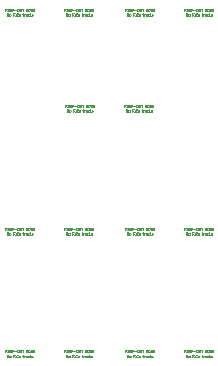
<source format=gbr>
%TF.GenerationSoftware,KiCad,Pcbnew,(6.0.9)*%
%TF.CreationDate,2022-11-30T17:50:51+01:00*%
%TF.ProjectId,car-shield,6361722d-7368-4696-956c-642e6b696361,rev0*%
%TF.SameCoordinates,Original*%
%TF.FileFunction,Other,Comment*%
%FSLAX46Y46*%
G04 Gerber Fmt 4.6, Leading zero omitted, Abs format (unit mm)*
G04 Created by KiCad (PCBNEW (6.0.9)) date 2022-11-30 17:50:51*
%MOMM*%
%LPD*%
G01*
G04 APERTURE LIST*
%ADD10C,0.030000*%
G04 APERTURE END LIST*
D10*
%TO.C,SW_high_b1*%
X132885714Y-100076476D02*
X132885714Y-99876476D01*
X133000000Y-100076476D02*
X132914285Y-99962190D01*
X133000000Y-99876476D02*
X132885714Y-99990761D01*
X133085714Y-99971714D02*
X133152380Y-99971714D01*
X133180952Y-100076476D02*
X133085714Y-100076476D01*
X133085714Y-99876476D01*
X133180952Y-99876476D01*
X133266666Y-99971714D02*
X133333333Y-99971714D01*
X133361904Y-100076476D02*
X133266666Y-100076476D01*
X133266666Y-99876476D01*
X133361904Y-99876476D01*
X133447619Y-100076476D02*
X133447619Y-99876476D01*
X133523809Y-99876476D01*
X133542857Y-99886000D01*
X133552380Y-99895523D01*
X133561904Y-99914571D01*
X133561904Y-99943142D01*
X133552380Y-99962190D01*
X133542857Y-99971714D01*
X133523809Y-99981238D01*
X133447619Y-99981238D01*
X133647619Y-100000285D02*
X133800000Y-100000285D01*
X133933333Y-99876476D02*
X133971428Y-99876476D01*
X133990476Y-99886000D01*
X134009523Y-99905047D01*
X134019047Y-99943142D01*
X134019047Y-100009809D01*
X134009523Y-100047904D01*
X133990476Y-100066952D01*
X133971428Y-100076476D01*
X133933333Y-100076476D01*
X133914285Y-100066952D01*
X133895238Y-100047904D01*
X133885714Y-100009809D01*
X133885714Y-99943142D01*
X133895238Y-99905047D01*
X133914285Y-99886000D01*
X133933333Y-99876476D01*
X134104761Y-99876476D02*
X134104761Y-100038380D01*
X134114285Y-100057428D01*
X134123809Y-100066952D01*
X134142857Y-100076476D01*
X134180952Y-100076476D01*
X134200000Y-100066952D01*
X134209523Y-100057428D01*
X134219047Y-100038380D01*
X134219047Y-99876476D01*
X134285714Y-99876476D02*
X134400000Y-99876476D01*
X134342857Y-100076476D02*
X134342857Y-99876476D01*
X134600000Y-99876476D02*
X134733333Y-99876476D01*
X134600000Y-100076476D01*
X134733333Y-100076476D01*
X134847619Y-99876476D02*
X134885714Y-99876476D01*
X134904761Y-99886000D01*
X134923809Y-99905047D01*
X134933333Y-99943142D01*
X134933333Y-100009809D01*
X134923809Y-100047904D01*
X134904761Y-100066952D01*
X134885714Y-100076476D01*
X134847619Y-100076476D01*
X134828571Y-100066952D01*
X134809523Y-100047904D01*
X134800000Y-100009809D01*
X134800000Y-99943142D01*
X134809523Y-99905047D01*
X134828571Y-99886000D01*
X134847619Y-99876476D01*
X135019047Y-100076476D02*
X135019047Y-99876476D01*
X135133333Y-100076476D01*
X135133333Y-99876476D01*
X135228571Y-99971714D02*
X135295238Y-99971714D01*
X135323809Y-100076476D02*
X135228571Y-100076476D01*
X135228571Y-99876476D01*
X135323809Y-99876476D01*
X137885714Y-100076476D02*
X137885714Y-99876476D01*
X138000000Y-100076476D02*
X137914285Y-99962190D01*
X138000000Y-99876476D02*
X137885714Y-99990761D01*
X138085714Y-99971714D02*
X138152380Y-99971714D01*
X138180952Y-100076476D02*
X138085714Y-100076476D01*
X138085714Y-99876476D01*
X138180952Y-99876476D01*
X138266666Y-99971714D02*
X138333333Y-99971714D01*
X138361904Y-100076476D02*
X138266666Y-100076476D01*
X138266666Y-99876476D01*
X138361904Y-99876476D01*
X138447619Y-100076476D02*
X138447619Y-99876476D01*
X138523809Y-99876476D01*
X138542857Y-99886000D01*
X138552380Y-99895523D01*
X138561904Y-99914571D01*
X138561904Y-99943142D01*
X138552380Y-99962190D01*
X138542857Y-99971714D01*
X138523809Y-99981238D01*
X138447619Y-99981238D01*
X138647619Y-100000285D02*
X138800000Y-100000285D01*
X138933333Y-99876476D02*
X138971428Y-99876476D01*
X138990476Y-99886000D01*
X139009523Y-99905047D01*
X139019047Y-99943142D01*
X139019047Y-100009809D01*
X139009523Y-100047904D01*
X138990476Y-100066952D01*
X138971428Y-100076476D01*
X138933333Y-100076476D01*
X138914285Y-100066952D01*
X138895238Y-100047904D01*
X138885714Y-100009809D01*
X138885714Y-99943142D01*
X138895238Y-99905047D01*
X138914285Y-99886000D01*
X138933333Y-99876476D01*
X139104761Y-99876476D02*
X139104761Y-100038380D01*
X139114285Y-100057428D01*
X139123809Y-100066952D01*
X139142857Y-100076476D01*
X139180952Y-100076476D01*
X139200000Y-100066952D01*
X139209523Y-100057428D01*
X139219047Y-100038380D01*
X139219047Y-99876476D01*
X139285714Y-99876476D02*
X139400000Y-99876476D01*
X139342857Y-100076476D02*
X139342857Y-99876476D01*
X139600000Y-99876476D02*
X139733333Y-99876476D01*
X139600000Y-100076476D01*
X139733333Y-100076476D01*
X139847619Y-99876476D02*
X139885714Y-99876476D01*
X139904761Y-99886000D01*
X139923809Y-99905047D01*
X139933333Y-99943142D01*
X139933333Y-100009809D01*
X139923809Y-100047904D01*
X139904761Y-100066952D01*
X139885714Y-100076476D01*
X139847619Y-100076476D01*
X139828571Y-100066952D01*
X139809523Y-100047904D01*
X139800000Y-100009809D01*
X139800000Y-99943142D01*
X139809523Y-99905047D01*
X139828571Y-99886000D01*
X139847619Y-99876476D01*
X140019047Y-100076476D02*
X140019047Y-99876476D01*
X140133333Y-100076476D01*
X140133333Y-99876476D01*
X140228571Y-99971714D02*
X140295238Y-99971714D01*
X140323809Y-100076476D02*
X140228571Y-100076476D01*
X140228571Y-99876476D01*
X140323809Y-99876476D01*
X138019047Y-100476476D02*
X138019047Y-100276476D01*
X138133333Y-100476476D01*
X138133333Y-100276476D01*
X138257142Y-100476476D02*
X138238095Y-100466952D01*
X138228571Y-100457428D01*
X138219047Y-100438380D01*
X138219047Y-100381238D01*
X138228571Y-100362190D01*
X138238095Y-100352666D01*
X138257142Y-100343142D01*
X138285714Y-100343142D01*
X138304761Y-100352666D01*
X138314285Y-100362190D01*
X138323809Y-100381238D01*
X138323809Y-100438380D01*
X138314285Y-100457428D01*
X138304761Y-100466952D01*
X138285714Y-100476476D01*
X138257142Y-100476476D01*
X138628571Y-100371714D02*
X138561904Y-100371714D01*
X138561904Y-100476476D02*
X138561904Y-100276476D01*
X138657142Y-100276476D01*
X138733333Y-100457428D02*
X138742857Y-100466952D01*
X138733333Y-100476476D01*
X138723809Y-100466952D01*
X138733333Y-100457428D01*
X138733333Y-100476476D01*
X138942857Y-100457428D02*
X138933333Y-100466952D01*
X138904761Y-100476476D01*
X138885714Y-100476476D01*
X138857142Y-100466952D01*
X138838095Y-100447904D01*
X138828571Y-100428857D01*
X138819047Y-100390761D01*
X138819047Y-100362190D01*
X138828571Y-100324095D01*
X138838095Y-100305047D01*
X138857142Y-100286000D01*
X138885714Y-100276476D01*
X138904761Y-100276476D01*
X138933333Y-100286000D01*
X138942857Y-100295523D01*
X139114285Y-100343142D02*
X139114285Y-100476476D01*
X139028571Y-100343142D02*
X139028571Y-100447904D01*
X139038095Y-100466952D01*
X139057142Y-100476476D01*
X139085714Y-100476476D01*
X139104761Y-100466952D01*
X139114285Y-100457428D01*
X139333333Y-100343142D02*
X139409523Y-100343142D01*
X139361904Y-100276476D02*
X139361904Y-100447904D01*
X139371428Y-100466952D01*
X139390476Y-100476476D01*
X139409523Y-100476476D01*
X139476190Y-100476476D02*
X139476190Y-100343142D01*
X139476190Y-100381238D02*
X139485714Y-100362190D01*
X139495238Y-100352666D01*
X139514285Y-100343142D01*
X139533333Y-100343142D01*
X139685714Y-100476476D02*
X139685714Y-100371714D01*
X139676190Y-100352666D01*
X139657142Y-100343142D01*
X139619047Y-100343142D01*
X139600000Y-100352666D01*
X139685714Y-100466952D02*
X139666666Y-100476476D01*
X139619047Y-100476476D01*
X139600000Y-100466952D01*
X139590476Y-100447904D01*
X139590476Y-100428857D01*
X139600000Y-100409809D01*
X139619047Y-100400285D01*
X139666666Y-100400285D01*
X139685714Y-100390761D01*
X139866666Y-100466952D02*
X139847619Y-100476476D01*
X139809523Y-100476476D01*
X139790476Y-100466952D01*
X139780952Y-100457428D01*
X139771428Y-100438380D01*
X139771428Y-100381238D01*
X139780952Y-100362190D01*
X139790476Y-100352666D01*
X139809523Y-100343142D01*
X139847619Y-100343142D01*
X139866666Y-100352666D01*
X139952380Y-100476476D02*
X139952380Y-100276476D01*
X139971428Y-100400285D02*
X140028571Y-100476476D01*
X140028571Y-100343142D02*
X139952380Y-100419333D01*
X140104761Y-100466952D02*
X140123809Y-100476476D01*
X140161904Y-100476476D01*
X140180952Y-100466952D01*
X140190476Y-100447904D01*
X140190476Y-100438380D01*
X140180952Y-100419333D01*
X140161904Y-100409809D01*
X140133333Y-100409809D01*
X140114285Y-100400285D01*
X140104761Y-100381238D01*
X140104761Y-100371714D01*
X140114285Y-100352666D01*
X140133333Y-100343142D01*
X140161904Y-100343142D01*
X140180952Y-100352666D01*
X133019047Y-100476476D02*
X133019047Y-100276476D01*
X133133333Y-100476476D01*
X133133333Y-100276476D01*
X133257142Y-100476476D02*
X133238095Y-100466952D01*
X133228571Y-100457428D01*
X133219047Y-100438380D01*
X133219047Y-100381238D01*
X133228571Y-100362190D01*
X133238095Y-100352666D01*
X133257142Y-100343142D01*
X133285714Y-100343142D01*
X133304761Y-100352666D01*
X133314285Y-100362190D01*
X133323809Y-100381238D01*
X133323809Y-100438380D01*
X133314285Y-100457428D01*
X133304761Y-100466952D01*
X133285714Y-100476476D01*
X133257142Y-100476476D01*
X133628571Y-100371714D02*
X133561904Y-100371714D01*
X133561904Y-100476476D02*
X133561904Y-100276476D01*
X133657142Y-100276476D01*
X133733333Y-100457428D02*
X133742857Y-100466952D01*
X133733333Y-100476476D01*
X133723809Y-100466952D01*
X133733333Y-100457428D01*
X133733333Y-100476476D01*
X133942857Y-100457428D02*
X133933333Y-100466952D01*
X133904761Y-100476476D01*
X133885714Y-100476476D01*
X133857142Y-100466952D01*
X133838095Y-100447904D01*
X133828571Y-100428857D01*
X133819047Y-100390761D01*
X133819047Y-100362190D01*
X133828571Y-100324095D01*
X133838095Y-100305047D01*
X133857142Y-100286000D01*
X133885714Y-100276476D01*
X133904761Y-100276476D01*
X133933333Y-100286000D01*
X133942857Y-100295523D01*
X134114285Y-100343142D02*
X134114285Y-100476476D01*
X134028571Y-100343142D02*
X134028571Y-100447904D01*
X134038095Y-100466952D01*
X134057142Y-100476476D01*
X134085714Y-100476476D01*
X134104761Y-100466952D01*
X134114285Y-100457428D01*
X134333333Y-100343142D02*
X134409523Y-100343142D01*
X134361904Y-100276476D02*
X134361904Y-100447904D01*
X134371428Y-100466952D01*
X134390476Y-100476476D01*
X134409523Y-100476476D01*
X134476190Y-100476476D02*
X134476190Y-100343142D01*
X134476190Y-100381238D02*
X134485714Y-100362190D01*
X134495238Y-100352666D01*
X134514285Y-100343142D01*
X134533333Y-100343142D01*
X134685714Y-100476476D02*
X134685714Y-100371714D01*
X134676190Y-100352666D01*
X134657142Y-100343142D01*
X134619047Y-100343142D01*
X134600000Y-100352666D01*
X134685714Y-100466952D02*
X134666666Y-100476476D01*
X134619047Y-100476476D01*
X134600000Y-100466952D01*
X134590476Y-100447904D01*
X134590476Y-100428857D01*
X134600000Y-100409809D01*
X134619047Y-100400285D01*
X134666666Y-100400285D01*
X134685714Y-100390761D01*
X134866666Y-100466952D02*
X134847619Y-100476476D01*
X134809523Y-100476476D01*
X134790476Y-100466952D01*
X134780952Y-100457428D01*
X134771428Y-100438380D01*
X134771428Y-100381238D01*
X134780952Y-100362190D01*
X134790476Y-100352666D01*
X134809523Y-100343142D01*
X134847619Y-100343142D01*
X134866666Y-100352666D01*
X134952380Y-100476476D02*
X134952380Y-100276476D01*
X134971428Y-100400285D02*
X135028571Y-100476476D01*
X135028571Y-100343142D02*
X134952380Y-100419333D01*
X135104761Y-100466952D02*
X135123809Y-100476476D01*
X135161904Y-100476476D01*
X135180952Y-100466952D01*
X135190476Y-100447904D01*
X135190476Y-100438380D01*
X135180952Y-100419333D01*
X135161904Y-100409809D01*
X135133333Y-100409809D01*
X135114285Y-100400285D01*
X135104761Y-100381238D01*
X135104761Y-100371714D01*
X135114285Y-100352666D01*
X135133333Y-100343142D01*
X135161904Y-100343142D01*
X135180952Y-100352666D01*
%TO.C,SW_dipped_b1*%
X132885714Y-110435476D02*
X132885714Y-110235476D01*
X133000000Y-110435476D02*
X132914285Y-110321190D01*
X133000000Y-110235476D02*
X132885714Y-110349761D01*
X133085714Y-110330714D02*
X133152380Y-110330714D01*
X133180952Y-110435476D02*
X133085714Y-110435476D01*
X133085714Y-110235476D01*
X133180952Y-110235476D01*
X133266666Y-110330714D02*
X133333333Y-110330714D01*
X133361904Y-110435476D02*
X133266666Y-110435476D01*
X133266666Y-110235476D01*
X133361904Y-110235476D01*
X133447619Y-110435476D02*
X133447619Y-110235476D01*
X133523809Y-110235476D01*
X133542857Y-110245000D01*
X133552380Y-110254523D01*
X133561904Y-110273571D01*
X133561904Y-110302142D01*
X133552380Y-110321190D01*
X133542857Y-110330714D01*
X133523809Y-110340238D01*
X133447619Y-110340238D01*
X133647619Y-110359285D02*
X133800000Y-110359285D01*
X133933333Y-110235476D02*
X133971428Y-110235476D01*
X133990476Y-110245000D01*
X134009523Y-110264047D01*
X134019047Y-110302142D01*
X134019047Y-110368809D01*
X134009523Y-110406904D01*
X133990476Y-110425952D01*
X133971428Y-110435476D01*
X133933333Y-110435476D01*
X133914285Y-110425952D01*
X133895238Y-110406904D01*
X133885714Y-110368809D01*
X133885714Y-110302142D01*
X133895238Y-110264047D01*
X133914285Y-110245000D01*
X133933333Y-110235476D01*
X134104761Y-110235476D02*
X134104761Y-110397380D01*
X134114285Y-110416428D01*
X134123809Y-110425952D01*
X134142857Y-110435476D01*
X134180952Y-110435476D01*
X134200000Y-110425952D01*
X134209523Y-110416428D01*
X134219047Y-110397380D01*
X134219047Y-110235476D01*
X134285714Y-110235476D02*
X134400000Y-110235476D01*
X134342857Y-110435476D02*
X134342857Y-110235476D01*
X134600000Y-110235476D02*
X134733333Y-110235476D01*
X134600000Y-110435476D01*
X134733333Y-110435476D01*
X134847619Y-110235476D02*
X134885714Y-110235476D01*
X134904761Y-110245000D01*
X134923809Y-110264047D01*
X134933333Y-110302142D01*
X134933333Y-110368809D01*
X134923809Y-110406904D01*
X134904761Y-110425952D01*
X134885714Y-110435476D01*
X134847619Y-110435476D01*
X134828571Y-110425952D01*
X134809523Y-110406904D01*
X134800000Y-110368809D01*
X134800000Y-110302142D01*
X134809523Y-110264047D01*
X134828571Y-110245000D01*
X134847619Y-110235476D01*
X135019047Y-110435476D02*
X135019047Y-110235476D01*
X135133333Y-110435476D01*
X135133333Y-110235476D01*
X135228571Y-110330714D02*
X135295238Y-110330714D01*
X135323809Y-110435476D02*
X135228571Y-110435476D01*
X135228571Y-110235476D01*
X135323809Y-110235476D01*
X137885714Y-110435476D02*
X137885714Y-110235476D01*
X138000000Y-110435476D02*
X137914285Y-110321190D01*
X138000000Y-110235476D02*
X137885714Y-110349761D01*
X138085714Y-110330714D02*
X138152380Y-110330714D01*
X138180952Y-110435476D02*
X138085714Y-110435476D01*
X138085714Y-110235476D01*
X138180952Y-110235476D01*
X138266666Y-110330714D02*
X138333333Y-110330714D01*
X138361904Y-110435476D02*
X138266666Y-110435476D01*
X138266666Y-110235476D01*
X138361904Y-110235476D01*
X138447619Y-110435476D02*
X138447619Y-110235476D01*
X138523809Y-110235476D01*
X138542857Y-110245000D01*
X138552380Y-110254523D01*
X138561904Y-110273571D01*
X138561904Y-110302142D01*
X138552380Y-110321190D01*
X138542857Y-110330714D01*
X138523809Y-110340238D01*
X138447619Y-110340238D01*
X138647619Y-110359285D02*
X138800000Y-110359285D01*
X138933333Y-110235476D02*
X138971428Y-110235476D01*
X138990476Y-110245000D01*
X139009523Y-110264047D01*
X139019047Y-110302142D01*
X139019047Y-110368809D01*
X139009523Y-110406904D01*
X138990476Y-110425952D01*
X138971428Y-110435476D01*
X138933333Y-110435476D01*
X138914285Y-110425952D01*
X138895238Y-110406904D01*
X138885714Y-110368809D01*
X138885714Y-110302142D01*
X138895238Y-110264047D01*
X138914285Y-110245000D01*
X138933333Y-110235476D01*
X139104761Y-110235476D02*
X139104761Y-110397380D01*
X139114285Y-110416428D01*
X139123809Y-110425952D01*
X139142857Y-110435476D01*
X139180952Y-110435476D01*
X139200000Y-110425952D01*
X139209523Y-110416428D01*
X139219047Y-110397380D01*
X139219047Y-110235476D01*
X139285714Y-110235476D02*
X139400000Y-110235476D01*
X139342857Y-110435476D02*
X139342857Y-110235476D01*
X139600000Y-110235476D02*
X139733333Y-110235476D01*
X139600000Y-110435476D01*
X139733333Y-110435476D01*
X139847619Y-110235476D02*
X139885714Y-110235476D01*
X139904761Y-110245000D01*
X139923809Y-110264047D01*
X139933333Y-110302142D01*
X139933333Y-110368809D01*
X139923809Y-110406904D01*
X139904761Y-110425952D01*
X139885714Y-110435476D01*
X139847619Y-110435476D01*
X139828571Y-110425952D01*
X139809523Y-110406904D01*
X139800000Y-110368809D01*
X139800000Y-110302142D01*
X139809523Y-110264047D01*
X139828571Y-110245000D01*
X139847619Y-110235476D01*
X140019047Y-110435476D02*
X140019047Y-110235476D01*
X140133333Y-110435476D01*
X140133333Y-110235476D01*
X140228571Y-110330714D02*
X140295238Y-110330714D01*
X140323809Y-110435476D02*
X140228571Y-110435476D01*
X140228571Y-110235476D01*
X140323809Y-110235476D01*
X138019047Y-110835476D02*
X138019047Y-110635476D01*
X138133333Y-110835476D01*
X138133333Y-110635476D01*
X138257142Y-110835476D02*
X138238095Y-110825952D01*
X138228571Y-110816428D01*
X138219047Y-110797380D01*
X138219047Y-110740238D01*
X138228571Y-110721190D01*
X138238095Y-110711666D01*
X138257142Y-110702142D01*
X138285714Y-110702142D01*
X138304761Y-110711666D01*
X138314285Y-110721190D01*
X138323809Y-110740238D01*
X138323809Y-110797380D01*
X138314285Y-110816428D01*
X138304761Y-110825952D01*
X138285714Y-110835476D01*
X138257142Y-110835476D01*
X138628571Y-110730714D02*
X138561904Y-110730714D01*
X138561904Y-110835476D02*
X138561904Y-110635476D01*
X138657142Y-110635476D01*
X138733333Y-110816428D02*
X138742857Y-110825952D01*
X138733333Y-110835476D01*
X138723809Y-110825952D01*
X138733333Y-110816428D01*
X138733333Y-110835476D01*
X138942857Y-110816428D02*
X138933333Y-110825952D01*
X138904761Y-110835476D01*
X138885714Y-110835476D01*
X138857142Y-110825952D01*
X138838095Y-110806904D01*
X138828571Y-110787857D01*
X138819047Y-110749761D01*
X138819047Y-110721190D01*
X138828571Y-110683095D01*
X138838095Y-110664047D01*
X138857142Y-110645000D01*
X138885714Y-110635476D01*
X138904761Y-110635476D01*
X138933333Y-110645000D01*
X138942857Y-110654523D01*
X139114285Y-110702142D02*
X139114285Y-110835476D01*
X139028571Y-110702142D02*
X139028571Y-110806904D01*
X139038095Y-110825952D01*
X139057142Y-110835476D01*
X139085714Y-110835476D01*
X139104761Y-110825952D01*
X139114285Y-110816428D01*
X139333333Y-110702142D02*
X139409523Y-110702142D01*
X139361904Y-110635476D02*
X139361904Y-110806904D01*
X139371428Y-110825952D01*
X139390476Y-110835476D01*
X139409523Y-110835476D01*
X139476190Y-110835476D02*
X139476190Y-110702142D01*
X139476190Y-110740238D02*
X139485714Y-110721190D01*
X139495238Y-110711666D01*
X139514285Y-110702142D01*
X139533333Y-110702142D01*
X139685714Y-110835476D02*
X139685714Y-110730714D01*
X139676190Y-110711666D01*
X139657142Y-110702142D01*
X139619047Y-110702142D01*
X139600000Y-110711666D01*
X139685714Y-110825952D02*
X139666666Y-110835476D01*
X139619047Y-110835476D01*
X139600000Y-110825952D01*
X139590476Y-110806904D01*
X139590476Y-110787857D01*
X139600000Y-110768809D01*
X139619047Y-110759285D01*
X139666666Y-110759285D01*
X139685714Y-110749761D01*
X139866666Y-110825952D02*
X139847619Y-110835476D01*
X139809523Y-110835476D01*
X139790476Y-110825952D01*
X139780952Y-110816428D01*
X139771428Y-110797380D01*
X139771428Y-110740238D01*
X139780952Y-110721190D01*
X139790476Y-110711666D01*
X139809523Y-110702142D01*
X139847619Y-110702142D01*
X139866666Y-110711666D01*
X139952380Y-110835476D02*
X139952380Y-110635476D01*
X139971428Y-110759285D02*
X140028571Y-110835476D01*
X140028571Y-110702142D02*
X139952380Y-110778333D01*
X140104761Y-110825952D02*
X140123809Y-110835476D01*
X140161904Y-110835476D01*
X140180952Y-110825952D01*
X140190476Y-110806904D01*
X140190476Y-110797380D01*
X140180952Y-110778333D01*
X140161904Y-110768809D01*
X140133333Y-110768809D01*
X140114285Y-110759285D01*
X140104761Y-110740238D01*
X140104761Y-110730714D01*
X140114285Y-110711666D01*
X140133333Y-110702142D01*
X140161904Y-110702142D01*
X140180952Y-110711666D01*
X133019047Y-110835476D02*
X133019047Y-110635476D01*
X133133333Y-110835476D01*
X133133333Y-110635476D01*
X133257142Y-110835476D02*
X133238095Y-110825952D01*
X133228571Y-110816428D01*
X133219047Y-110797380D01*
X133219047Y-110740238D01*
X133228571Y-110721190D01*
X133238095Y-110711666D01*
X133257142Y-110702142D01*
X133285714Y-110702142D01*
X133304761Y-110711666D01*
X133314285Y-110721190D01*
X133323809Y-110740238D01*
X133323809Y-110797380D01*
X133314285Y-110816428D01*
X133304761Y-110825952D01*
X133285714Y-110835476D01*
X133257142Y-110835476D01*
X133628571Y-110730714D02*
X133561904Y-110730714D01*
X133561904Y-110835476D02*
X133561904Y-110635476D01*
X133657142Y-110635476D01*
X133733333Y-110816428D02*
X133742857Y-110825952D01*
X133733333Y-110835476D01*
X133723809Y-110825952D01*
X133733333Y-110816428D01*
X133733333Y-110835476D01*
X133942857Y-110816428D02*
X133933333Y-110825952D01*
X133904761Y-110835476D01*
X133885714Y-110835476D01*
X133857142Y-110825952D01*
X133838095Y-110806904D01*
X133828571Y-110787857D01*
X133819047Y-110749761D01*
X133819047Y-110721190D01*
X133828571Y-110683095D01*
X133838095Y-110664047D01*
X133857142Y-110645000D01*
X133885714Y-110635476D01*
X133904761Y-110635476D01*
X133933333Y-110645000D01*
X133942857Y-110654523D01*
X134114285Y-110702142D02*
X134114285Y-110835476D01*
X134028571Y-110702142D02*
X134028571Y-110806904D01*
X134038095Y-110825952D01*
X134057142Y-110835476D01*
X134085714Y-110835476D01*
X134104761Y-110825952D01*
X134114285Y-110816428D01*
X134333333Y-110702142D02*
X134409523Y-110702142D01*
X134361904Y-110635476D02*
X134361904Y-110806904D01*
X134371428Y-110825952D01*
X134390476Y-110835476D01*
X134409523Y-110835476D01*
X134476190Y-110835476D02*
X134476190Y-110702142D01*
X134476190Y-110740238D02*
X134485714Y-110721190D01*
X134495238Y-110711666D01*
X134514285Y-110702142D01*
X134533333Y-110702142D01*
X134685714Y-110835476D02*
X134685714Y-110730714D01*
X134676190Y-110711666D01*
X134657142Y-110702142D01*
X134619047Y-110702142D01*
X134600000Y-110711666D01*
X134685714Y-110825952D02*
X134666666Y-110835476D01*
X134619047Y-110835476D01*
X134600000Y-110825952D01*
X134590476Y-110806904D01*
X134590476Y-110787857D01*
X134600000Y-110768809D01*
X134619047Y-110759285D01*
X134666666Y-110759285D01*
X134685714Y-110749761D01*
X134866666Y-110825952D02*
X134847619Y-110835476D01*
X134809523Y-110835476D01*
X134790476Y-110825952D01*
X134780952Y-110816428D01*
X134771428Y-110797380D01*
X134771428Y-110740238D01*
X134780952Y-110721190D01*
X134790476Y-110711666D01*
X134809523Y-110702142D01*
X134847619Y-110702142D01*
X134866666Y-110711666D01*
X134952380Y-110835476D02*
X134952380Y-110635476D01*
X134971428Y-110759285D02*
X135028571Y-110835476D01*
X135028571Y-110702142D02*
X134952380Y-110778333D01*
X135104761Y-110825952D02*
X135123809Y-110835476D01*
X135161904Y-110835476D01*
X135180952Y-110825952D01*
X135190476Y-110806904D01*
X135190476Y-110797380D01*
X135180952Y-110778333D01*
X135161904Y-110768809D01*
X135133333Y-110768809D01*
X135114285Y-110759285D01*
X135104761Y-110740238D01*
X135104761Y-110730714D01*
X135114285Y-110711666D01*
X135133333Y-110702142D01*
X135161904Y-110702142D01*
X135180952Y-110711666D01*
%TO.C,SW_decel1*%
X122725714Y-110435476D02*
X122725714Y-110235476D01*
X122840000Y-110435476D02*
X122754285Y-110321190D01*
X122840000Y-110235476D02*
X122725714Y-110349761D01*
X122925714Y-110330714D02*
X122992380Y-110330714D01*
X123020952Y-110435476D02*
X122925714Y-110435476D01*
X122925714Y-110235476D01*
X123020952Y-110235476D01*
X123106666Y-110330714D02*
X123173333Y-110330714D01*
X123201904Y-110435476D02*
X123106666Y-110435476D01*
X123106666Y-110235476D01*
X123201904Y-110235476D01*
X123287619Y-110435476D02*
X123287619Y-110235476D01*
X123363809Y-110235476D01*
X123382857Y-110245000D01*
X123392380Y-110254523D01*
X123401904Y-110273571D01*
X123401904Y-110302142D01*
X123392380Y-110321190D01*
X123382857Y-110330714D01*
X123363809Y-110340238D01*
X123287619Y-110340238D01*
X123487619Y-110359285D02*
X123640000Y-110359285D01*
X123773333Y-110235476D02*
X123811428Y-110235476D01*
X123830476Y-110245000D01*
X123849523Y-110264047D01*
X123859047Y-110302142D01*
X123859047Y-110368809D01*
X123849523Y-110406904D01*
X123830476Y-110425952D01*
X123811428Y-110435476D01*
X123773333Y-110435476D01*
X123754285Y-110425952D01*
X123735238Y-110406904D01*
X123725714Y-110368809D01*
X123725714Y-110302142D01*
X123735238Y-110264047D01*
X123754285Y-110245000D01*
X123773333Y-110235476D01*
X123944761Y-110235476D02*
X123944761Y-110397380D01*
X123954285Y-110416428D01*
X123963809Y-110425952D01*
X123982857Y-110435476D01*
X124020952Y-110435476D01*
X124040000Y-110425952D01*
X124049523Y-110416428D01*
X124059047Y-110397380D01*
X124059047Y-110235476D01*
X124125714Y-110235476D02*
X124240000Y-110235476D01*
X124182857Y-110435476D02*
X124182857Y-110235476D01*
X124440000Y-110235476D02*
X124573333Y-110235476D01*
X124440000Y-110435476D01*
X124573333Y-110435476D01*
X124687619Y-110235476D02*
X124725714Y-110235476D01*
X124744761Y-110245000D01*
X124763809Y-110264047D01*
X124773333Y-110302142D01*
X124773333Y-110368809D01*
X124763809Y-110406904D01*
X124744761Y-110425952D01*
X124725714Y-110435476D01*
X124687619Y-110435476D01*
X124668571Y-110425952D01*
X124649523Y-110406904D01*
X124640000Y-110368809D01*
X124640000Y-110302142D01*
X124649523Y-110264047D01*
X124668571Y-110245000D01*
X124687619Y-110235476D01*
X124859047Y-110435476D02*
X124859047Y-110235476D01*
X124973333Y-110435476D01*
X124973333Y-110235476D01*
X125068571Y-110330714D02*
X125135238Y-110330714D01*
X125163809Y-110435476D02*
X125068571Y-110435476D01*
X125068571Y-110235476D01*
X125163809Y-110235476D01*
X127725714Y-110435476D02*
X127725714Y-110235476D01*
X127840000Y-110435476D02*
X127754285Y-110321190D01*
X127840000Y-110235476D02*
X127725714Y-110349761D01*
X127925714Y-110330714D02*
X127992380Y-110330714D01*
X128020952Y-110435476D02*
X127925714Y-110435476D01*
X127925714Y-110235476D01*
X128020952Y-110235476D01*
X128106666Y-110330714D02*
X128173333Y-110330714D01*
X128201904Y-110435476D02*
X128106666Y-110435476D01*
X128106666Y-110235476D01*
X128201904Y-110235476D01*
X128287619Y-110435476D02*
X128287619Y-110235476D01*
X128363809Y-110235476D01*
X128382857Y-110245000D01*
X128392380Y-110254523D01*
X128401904Y-110273571D01*
X128401904Y-110302142D01*
X128392380Y-110321190D01*
X128382857Y-110330714D01*
X128363809Y-110340238D01*
X128287619Y-110340238D01*
X128487619Y-110359285D02*
X128640000Y-110359285D01*
X128773333Y-110235476D02*
X128811428Y-110235476D01*
X128830476Y-110245000D01*
X128849523Y-110264047D01*
X128859047Y-110302142D01*
X128859047Y-110368809D01*
X128849523Y-110406904D01*
X128830476Y-110425952D01*
X128811428Y-110435476D01*
X128773333Y-110435476D01*
X128754285Y-110425952D01*
X128735238Y-110406904D01*
X128725714Y-110368809D01*
X128725714Y-110302142D01*
X128735238Y-110264047D01*
X128754285Y-110245000D01*
X128773333Y-110235476D01*
X128944761Y-110235476D02*
X128944761Y-110397380D01*
X128954285Y-110416428D01*
X128963809Y-110425952D01*
X128982857Y-110435476D01*
X129020952Y-110435476D01*
X129040000Y-110425952D01*
X129049523Y-110416428D01*
X129059047Y-110397380D01*
X129059047Y-110235476D01*
X129125714Y-110235476D02*
X129240000Y-110235476D01*
X129182857Y-110435476D02*
X129182857Y-110235476D01*
X129440000Y-110235476D02*
X129573333Y-110235476D01*
X129440000Y-110435476D01*
X129573333Y-110435476D01*
X129687619Y-110235476D02*
X129725714Y-110235476D01*
X129744761Y-110245000D01*
X129763809Y-110264047D01*
X129773333Y-110302142D01*
X129773333Y-110368809D01*
X129763809Y-110406904D01*
X129744761Y-110425952D01*
X129725714Y-110435476D01*
X129687619Y-110435476D01*
X129668571Y-110425952D01*
X129649523Y-110406904D01*
X129640000Y-110368809D01*
X129640000Y-110302142D01*
X129649523Y-110264047D01*
X129668571Y-110245000D01*
X129687619Y-110235476D01*
X129859047Y-110435476D02*
X129859047Y-110235476D01*
X129973333Y-110435476D01*
X129973333Y-110235476D01*
X130068571Y-110330714D02*
X130135238Y-110330714D01*
X130163809Y-110435476D02*
X130068571Y-110435476D01*
X130068571Y-110235476D01*
X130163809Y-110235476D01*
X127859047Y-110835476D02*
X127859047Y-110635476D01*
X127973333Y-110835476D01*
X127973333Y-110635476D01*
X128097142Y-110835476D02*
X128078095Y-110825952D01*
X128068571Y-110816428D01*
X128059047Y-110797380D01*
X128059047Y-110740238D01*
X128068571Y-110721190D01*
X128078095Y-110711666D01*
X128097142Y-110702142D01*
X128125714Y-110702142D01*
X128144761Y-110711666D01*
X128154285Y-110721190D01*
X128163809Y-110740238D01*
X128163809Y-110797380D01*
X128154285Y-110816428D01*
X128144761Y-110825952D01*
X128125714Y-110835476D01*
X128097142Y-110835476D01*
X128468571Y-110730714D02*
X128401904Y-110730714D01*
X128401904Y-110835476D02*
X128401904Y-110635476D01*
X128497142Y-110635476D01*
X128573333Y-110816428D02*
X128582857Y-110825952D01*
X128573333Y-110835476D01*
X128563809Y-110825952D01*
X128573333Y-110816428D01*
X128573333Y-110835476D01*
X128782857Y-110816428D02*
X128773333Y-110825952D01*
X128744761Y-110835476D01*
X128725714Y-110835476D01*
X128697142Y-110825952D01*
X128678095Y-110806904D01*
X128668571Y-110787857D01*
X128659047Y-110749761D01*
X128659047Y-110721190D01*
X128668571Y-110683095D01*
X128678095Y-110664047D01*
X128697142Y-110645000D01*
X128725714Y-110635476D01*
X128744761Y-110635476D01*
X128773333Y-110645000D01*
X128782857Y-110654523D01*
X128954285Y-110702142D02*
X128954285Y-110835476D01*
X128868571Y-110702142D02*
X128868571Y-110806904D01*
X128878095Y-110825952D01*
X128897142Y-110835476D01*
X128925714Y-110835476D01*
X128944761Y-110825952D01*
X128954285Y-110816428D01*
X129173333Y-110702142D02*
X129249523Y-110702142D01*
X129201904Y-110635476D02*
X129201904Y-110806904D01*
X129211428Y-110825952D01*
X129230476Y-110835476D01*
X129249523Y-110835476D01*
X129316190Y-110835476D02*
X129316190Y-110702142D01*
X129316190Y-110740238D02*
X129325714Y-110721190D01*
X129335238Y-110711666D01*
X129354285Y-110702142D01*
X129373333Y-110702142D01*
X129525714Y-110835476D02*
X129525714Y-110730714D01*
X129516190Y-110711666D01*
X129497142Y-110702142D01*
X129459047Y-110702142D01*
X129440000Y-110711666D01*
X129525714Y-110825952D02*
X129506666Y-110835476D01*
X129459047Y-110835476D01*
X129440000Y-110825952D01*
X129430476Y-110806904D01*
X129430476Y-110787857D01*
X129440000Y-110768809D01*
X129459047Y-110759285D01*
X129506666Y-110759285D01*
X129525714Y-110749761D01*
X129706666Y-110825952D02*
X129687619Y-110835476D01*
X129649523Y-110835476D01*
X129630476Y-110825952D01*
X129620952Y-110816428D01*
X129611428Y-110797380D01*
X129611428Y-110740238D01*
X129620952Y-110721190D01*
X129630476Y-110711666D01*
X129649523Y-110702142D01*
X129687619Y-110702142D01*
X129706666Y-110711666D01*
X129792380Y-110835476D02*
X129792380Y-110635476D01*
X129811428Y-110759285D02*
X129868571Y-110835476D01*
X129868571Y-110702142D02*
X129792380Y-110778333D01*
X129944761Y-110825952D02*
X129963809Y-110835476D01*
X130001904Y-110835476D01*
X130020952Y-110825952D01*
X130030476Y-110806904D01*
X130030476Y-110797380D01*
X130020952Y-110778333D01*
X130001904Y-110768809D01*
X129973333Y-110768809D01*
X129954285Y-110759285D01*
X129944761Y-110740238D01*
X129944761Y-110730714D01*
X129954285Y-110711666D01*
X129973333Y-110702142D01*
X130001904Y-110702142D01*
X130020952Y-110711666D01*
X122859047Y-110835476D02*
X122859047Y-110635476D01*
X122973333Y-110835476D01*
X122973333Y-110635476D01*
X123097142Y-110835476D02*
X123078095Y-110825952D01*
X123068571Y-110816428D01*
X123059047Y-110797380D01*
X123059047Y-110740238D01*
X123068571Y-110721190D01*
X123078095Y-110711666D01*
X123097142Y-110702142D01*
X123125714Y-110702142D01*
X123144761Y-110711666D01*
X123154285Y-110721190D01*
X123163809Y-110740238D01*
X123163809Y-110797380D01*
X123154285Y-110816428D01*
X123144761Y-110825952D01*
X123125714Y-110835476D01*
X123097142Y-110835476D01*
X123468571Y-110730714D02*
X123401904Y-110730714D01*
X123401904Y-110835476D02*
X123401904Y-110635476D01*
X123497142Y-110635476D01*
X123573333Y-110816428D02*
X123582857Y-110825952D01*
X123573333Y-110835476D01*
X123563809Y-110825952D01*
X123573333Y-110816428D01*
X123573333Y-110835476D01*
X123782857Y-110816428D02*
X123773333Y-110825952D01*
X123744761Y-110835476D01*
X123725714Y-110835476D01*
X123697142Y-110825952D01*
X123678095Y-110806904D01*
X123668571Y-110787857D01*
X123659047Y-110749761D01*
X123659047Y-110721190D01*
X123668571Y-110683095D01*
X123678095Y-110664047D01*
X123697142Y-110645000D01*
X123725714Y-110635476D01*
X123744761Y-110635476D01*
X123773333Y-110645000D01*
X123782857Y-110654523D01*
X123954285Y-110702142D02*
X123954285Y-110835476D01*
X123868571Y-110702142D02*
X123868571Y-110806904D01*
X123878095Y-110825952D01*
X123897142Y-110835476D01*
X123925714Y-110835476D01*
X123944761Y-110825952D01*
X123954285Y-110816428D01*
X124173333Y-110702142D02*
X124249523Y-110702142D01*
X124201904Y-110635476D02*
X124201904Y-110806904D01*
X124211428Y-110825952D01*
X124230476Y-110835476D01*
X124249523Y-110835476D01*
X124316190Y-110835476D02*
X124316190Y-110702142D01*
X124316190Y-110740238D02*
X124325714Y-110721190D01*
X124335238Y-110711666D01*
X124354285Y-110702142D01*
X124373333Y-110702142D01*
X124525714Y-110835476D02*
X124525714Y-110730714D01*
X124516190Y-110711666D01*
X124497142Y-110702142D01*
X124459047Y-110702142D01*
X124440000Y-110711666D01*
X124525714Y-110825952D02*
X124506666Y-110835476D01*
X124459047Y-110835476D01*
X124440000Y-110825952D01*
X124430476Y-110806904D01*
X124430476Y-110787857D01*
X124440000Y-110768809D01*
X124459047Y-110759285D01*
X124506666Y-110759285D01*
X124525714Y-110749761D01*
X124706666Y-110825952D02*
X124687619Y-110835476D01*
X124649523Y-110835476D01*
X124630476Y-110825952D01*
X124620952Y-110816428D01*
X124611428Y-110797380D01*
X124611428Y-110740238D01*
X124620952Y-110721190D01*
X124630476Y-110711666D01*
X124649523Y-110702142D01*
X124687619Y-110702142D01*
X124706666Y-110711666D01*
X124792380Y-110835476D02*
X124792380Y-110635476D01*
X124811428Y-110759285D02*
X124868571Y-110835476D01*
X124868571Y-110702142D02*
X124792380Y-110778333D01*
X124944761Y-110825952D02*
X124963809Y-110835476D01*
X125001904Y-110835476D01*
X125020952Y-110825952D01*
X125030476Y-110806904D01*
X125030476Y-110797380D01*
X125020952Y-110778333D01*
X125001904Y-110768809D01*
X124973333Y-110768809D01*
X124954285Y-110759285D01*
X124944761Y-110740238D01*
X124944761Y-110730714D01*
X124954285Y-110711666D01*
X124973333Y-110702142D01*
X125001904Y-110702142D01*
X125020952Y-110711666D01*
%TO.C,SW_accel1*%
X122725714Y-100076476D02*
X122725714Y-99876476D01*
X122840000Y-100076476D02*
X122754285Y-99962190D01*
X122840000Y-99876476D02*
X122725714Y-99990761D01*
X122925714Y-99971714D02*
X122992380Y-99971714D01*
X123020952Y-100076476D02*
X122925714Y-100076476D01*
X122925714Y-99876476D01*
X123020952Y-99876476D01*
X123106666Y-99971714D02*
X123173333Y-99971714D01*
X123201904Y-100076476D02*
X123106666Y-100076476D01*
X123106666Y-99876476D01*
X123201904Y-99876476D01*
X123287619Y-100076476D02*
X123287619Y-99876476D01*
X123363809Y-99876476D01*
X123382857Y-99886000D01*
X123392380Y-99895523D01*
X123401904Y-99914571D01*
X123401904Y-99943142D01*
X123392380Y-99962190D01*
X123382857Y-99971714D01*
X123363809Y-99981238D01*
X123287619Y-99981238D01*
X123487619Y-100000285D02*
X123640000Y-100000285D01*
X123773333Y-99876476D02*
X123811428Y-99876476D01*
X123830476Y-99886000D01*
X123849523Y-99905047D01*
X123859047Y-99943142D01*
X123859047Y-100009809D01*
X123849523Y-100047904D01*
X123830476Y-100066952D01*
X123811428Y-100076476D01*
X123773333Y-100076476D01*
X123754285Y-100066952D01*
X123735238Y-100047904D01*
X123725714Y-100009809D01*
X123725714Y-99943142D01*
X123735238Y-99905047D01*
X123754285Y-99886000D01*
X123773333Y-99876476D01*
X123944761Y-99876476D02*
X123944761Y-100038380D01*
X123954285Y-100057428D01*
X123963809Y-100066952D01*
X123982857Y-100076476D01*
X124020952Y-100076476D01*
X124040000Y-100066952D01*
X124049523Y-100057428D01*
X124059047Y-100038380D01*
X124059047Y-99876476D01*
X124125714Y-99876476D02*
X124240000Y-99876476D01*
X124182857Y-100076476D02*
X124182857Y-99876476D01*
X124440000Y-99876476D02*
X124573333Y-99876476D01*
X124440000Y-100076476D01*
X124573333Y-100076476D01*
X124687619Y-99876476D02*
X124725714Y-99876476D01*
X124744761Y-99886000D01*
X124763809Y-99905047D01*
X124773333Y-99943142D01*
X124773333Y-100009809D01*
X124763809Y-100047904D01*
X124744761Y-100066952D01*
X124725714Y-100076476D01*
X124687619Y-100076476D01*
X124668571Y-100066952D01*
X124649523Y-100047904D01*
X124640000Y-100009809D01*
X124640000Y-99943142D01*
X124649523Y-99905047D01*
X124668571Y-99886000D01*
X124687619Y-99876476D01*
X124859047Y-100076476D02*
X124859047Y-99876476D01*
X124973333Y-100076476D01*
X124973333Y-99876476D01*
X125068571Y-99971714D02*
X125135238Y-99971714D01*
X125163809Y-100076476D02*
X125068571Y-100076476D01*
X125068571Y-99876476D01*
X125163809Y-99876476D01*
X127725714Y-100076476D02*
X127725714Y-99876476D01*
X127840000Y-100076476D02*
X127754285Y-99962190D01*
X127840000Y-99876476D02*
X127725714Y-99990761D01*
X127925714Y-99971714D02*
X127992380Y-99971714D01*
X128020952Y-100076476D02*
X127925714Y-100076476D01*
X127925714Y-99876476D01*
X128020952Y-99876476D01*
X128106666Y-99971714D02*
X128173333Y-99971714D01*
X128201904Y-100076476D02*
X128106666Y-100076476D01*
X128106666Y-99876476D01*
X128201904Y-99876476D01*
X128287619Y-100076476D02*
X128287619Y-99876476D01*
X128363809Y-99876476D01*
X128382857Y-99886000D01*
X128392380Y-99895523D01*
X128401904Y-99914571D01*
X128401904Y-99943142D01*
X128392380Y-99962190D01*
X128382857Y-99971714D01*
X128363809Y-99981238D01*
X128287619Y-99981238D01*
X128487619Y-100000285D02*
X128640000Y-100000285D01*
X128773333Y-99876476D02*
X128811428Y-99876476D01*
X128830476Y-99886000D01*
X128849523Y-99905047D01*
X128859047Y-99943142D01*
X128859047Y-100009809D01*
X128849523Y-100047904D01*
X128830476Y-100066952D01*
X128811428Y-100076476D01*
X128773333Y-100076476D01*
X128754285Y-100066952D01*
X128735238Y-100047904D01*
X128725714Y-100009809D01*
X128725714Y-99943142D01*
X128735238Y-99905047D01*
X128754285Y-99886000D01*
X128773333Y-99876476D01*
X128944761Y-99876476D02*
X128944761Y-100038380D01*
X128954285Y-100057428D01*
X128963809Y-100066952D01*
X128982857Y-100076476D01*
X129020952Y-100076476D01*
X129040000Y-100066952D01*
X129049523Y-100057428D01*
X129059047Y-100038380D01*
X129059047Y-99876476D01*
X129125714Y-99876476D02*
X129240000Y-99876476D01*
X129182857Y-100076476D02*
X129182857Y-99876476D01*
X129440000Y-99876476D02*
X129573333Y-99876476D01*
X129440000Y-100076476D01*
X129573333Y-100076476D01*
X129687619Y-99876476D02*
X129725714Y-99876476D01*
X129744761Y-99886000D01*
X129763809Y-99905047D01*
X129773333Y-99943142D01*
X129773333Y-100009809D01*
X129763809Y-100047904D01*
X129744761Y-100066952D01*
X129725714Y-100076476D01*
X129687619Y-100076476D01*
X129668571Y-100066952D01*
X129649523Y-100047904D01*
X129640000Y-100009809D01*
X129640000Y-99943142D01*
X129649523Y-99905047D01*
X129668571Y-99886000D01*
X129687619Y-99876476D01*
X129859047Y-100076476D02*
X129859047Y-99876476D01*
X129973333Y-100076476D01*
X129973333Y-99876476D01*
X130068571Y-99971714D02*
X130135238Y-99971714D01*
X130163809Y-100076476D02*
X130068571Y-100076476D01*
X130068571Y-99876476D01*
X130163809Y-99876476D01*
X127859047Y-100476476D02*
X127859047Y-100276476D01*
X127973333Y-100476476D01*
X127973333Y-100276476D01*
X128097142Y-100476476D02*
X128078095Y-100466952D01*
X128068571Y-100457428D01*
X128059047Y-100438380D01*
X128059047Y-100381238D01*
X128068571Y-100362190D01*
X128078095Y-100352666D01*
X128097142Y-100343142D01*
X128125714Y-100343142D01*
X128144761Y-100352666D01*
X128154285Y-100362190D01*
X128163809Y-100381238D01*
X128163809Y-100438380D01*
X128154285Y-100457428D01*
X128144761Y-100466952D01*
X128125714Y-100476476D01*
X128097142Y-100476476D01*
X128468571Y-100371714D02*
X128401904Y-100371714D01*
X128401904Y-100476476D02*
X128401904Y-100276476D01*
X128497142Y-100276476D01*
X128573333Y-100457428D02*
X128582857Y-100466952D01*
X128573333Y-100476476D01*
X128563809Y-100466952D01*
X128573333Y-100457428D01*
X128573333Y-100476476D01*
X128782857Y-100457428D02*
X128773333Y-100466952D01*
X128744761Y-100476476D01*
X128725714Y-100476476D01*
X128697142Y-100466952D01*
X128678095Y-100447904D01*
X128668571Y-100428857D01*
X128659047Y-100390761D01*
X128659047Y-100362190D01*
X128668571Y-100324095D01*
X128678095Y-100305047D01*
X128697142Y-100286000D01*
X128725714Y-100276476D01*
X128744761Y-100276476D01*
X128773333Y-100286000D01*
X128782857Y-100295523D01*
X128954285Y-100343142D02*
X128954285Y-100476476D01*
X128868571Y-100343142D02*
X128868571Y-100447904D01*
X128878095Y-100466952D01*
X128897142Y-100476476D01*
X128925714Y-100476476D01*
X128944761Y-100466952D01*
X128954285Y-100457428D01*
X129173333Y-100343142D02*
X129249523Y-100343142D01*
X129201904Y-100276476D02*
X129201904Y-100447904D01*
X129211428Y-100466952D01*
X129230476Y-100476476D01*
X129249523Y-100476476D01*
X129316190Y-100476476D02*
X129316190Y-100343142D01*
X129316190Y-100381238D02*
X129325714Y-100362190D01*
X129335238Y-100352666D01*
X129354285Y-100343142D01*
X129373333Y-100343142D01*
X129525714Y-100476476D02*
X129525714Y-100371714D01*
X129516190Y-100352666D01*
X129497142Y-100343142D01*
X129459047Y-100343142D01*
X129440000Y-100352666D01*
X129525714Y-100466952D02*
X129506666Y-100476476D01*
X129459047Y-100476476D01*
X129440000Y-100466952D01*
X129430476Y-100447904D01*
X129430476Y-100428857D01*
X129440000Y-100409809D01*
X129459047Y-100400285D01*
X129506666Y-100400285D01*
X129525714Y-100390761D01*
X129706666Y-100466952D02*
X129687619Y-100476476D01*
X129649523Y-100476476D01*
X129630476Y-100466952D01*
X129620952Y-100457428D01*
X129611428Y-100438380D01*
X129611428Y-100381238D01*
X129620952Y-100362190D01*
X129630476Y-100352666D01*
X129649523Y-100343142D01*
X129687619Y-100343142D01*
X129706666Y-100352666D01*
X129792380Y-100476476D02*
X129792380Y-100276476D01*
X129811428Y-100400285D02*
X129868571Y-100476476D01*
X129868571Y-100343142D02*
X129792380Y-100419333D01*
X129944761Y-100466952D02*
X129963809Y-100476476D01*
X130001904Y-100476476D01*
X130020952Y-100466952D01*
X130030476Y-100447904D01*
X130030476Y-100438380D01*
X130020952Y-100419333D01*
X130001904Y-100409809D01*
X129973333Y-100409809D01*
X129954285Y-100400285D01*
X129944761Y-100381238D01*
X129944761Y-100371714D01*
X129954285Y-100352666D01*
X129973333Y-100343142D01*
X130001904Y-100343142D01*
X130020952Y-100352666D01*
X122859047Y-100476476D02*
X122859047Y-100276476D01*
X122973333Y-100476476D01*
X122973333Y-100276476D01*
X123097142Y-100476476D02*
X123078095Y-100466952D01*
X123068571Y-100457428D01*
X123059047Y-100438380D01*
X123059047Y-100381238D01*
X123068571Y-100362190D01*
X123078095Y-100352666D01*
X123097142Y-100343142D01*
X123125714Y-100343142D01*
X123144761Y-100352666D01*
X123154285Y-100362190D01*
X123163809Y-100381238D01*
X123163809Y-100438380D01*
X123154285Y-100457428D01*
X123144761Y-100466952D01*
X123125714Y-100476476D01*
X123097142Y-100476476D01*
X123468571Y-100371714D02*
X123401904Y-100371714D01*
X123401904Y-100476476D02*
X123401904Y-100276476D01*
X123497142Y-100276476D01*
X123573333Y-100457428D02*
X123582857Y-100466952D01*
X123573333Y-100476476D01*
X123563809Y-100466952D01*
X123573333Y-100457428D01*
X123573333Y-100476476D01*
X123782857Y-100457428D02*
X123773333Y-100466952D01*
X123744761Y-100476476D01*
X123725714Y-100476476D01*
X123697142Y-100466952D01*
X123678095Y-100447904D01*
X123668571Y-100428857D01*
X123659047Y-100390761D01*
X123659047Y-100362190D01*
X123668571Y-100324095D01*
X123678095Y-100305047D01*
X123697142Y-100286000D01*
X123725714Y-100276476D01*
X123744761Y-100276476D01*
X123773333Y-100286000D01*
X123782857Y-100295523D01*
X123954285Y-100343142D02*
X123954285Y-100476476D01*
X123868571Y-100343142D02*
X123868571Y-100447904D01*
X123878095Y-100466952D01*
X123897142Y-100476476D01*
X123925714Y-100476476D01*
X123944761Y-100466952D01*
X123954285Y-100457428D01*
X124173333Y-100343142D02*
X124249523Y-100343142D01*
X124201904Y-100276476D02*
X124201904Y-100447904D01*
X124211428Y-100466952D01*
X124230476Y-100476476D01*
X124249523Y-100476476D01*
X124316190Y-100476476D02*
X124316190Y-100343142D01*
X124316190Y-100381238D02*
X124325714Y-100362190D01*
X124335238Y-100352666D01*
X124354285Y-100343142D01*
X124373333Y-100343142D01*
X124525714Y-100476476D02*
X124525714Y-100371714D01*
X124516190Y-100352666D01*
X124497142Y-100343142D01*
X124459047Y-100343142D01*
X124440000Y-100352666D01*
X124525714Y-100466952D02*
X124506666Y-100476476D01*
X124459047Y-100476476D01*
X124440000Y-100466952D01*
X124430476Y-100447904D01*
X124430476Y-100428857D01*
X124440000Y-100409809D01*
X124459047Y-100400285D01*
X124506666Y-100400285D01*
X124525714Y-100390761D01*
X124706666Y-100466952D02*
X124687619Y-100476476D01*
X124649523Y-100476476D01*
X124630476Y-100466952D01*
X124620952Y-100457428D01*
X124611428Y-100438380D01*
X124611428Y-100381238D01*
X124620952Y-100362190D01*
X124630476Y-100352666D01*
X124649523Y-100343142D01*
X124687619Y-100343142D01*
X124706666Y-100352666D01*
X124792380Y-100476476D02*
X124792380Y-100276476D01*
X124811428Y-100400285D02*
X124868571Y-100476476D01*
X124868571Y-100343142D02*
X124792380Y-100419333D01*
X124944761Y-100466952D02*
X124963809Y-100476476D01*
X125001904Y-100476476D01*
X125020952Y-100466952D01*
X125030476Y-100447904D01*
X125030476Y-100438380D01*
X125020952Y-100419333D01*
X125001904Y-100409809D01*
X124973333Y-100409809D01*
X124954285Y-100400285D01*
X124944761Y-100381238D01*
X124944761Y-100371714D01*
X124954285Y-100352666D01*
X124973333Y-100343142D01*
X125001904Y-100343142D01*
X125020952Y-100352666D01*
%TO.C,SW_stop1*%
X127805714Y-89662476D02*
X127805714Y-89462476D01*
X127920000Y-89662476D02*
X127834285Y-89548190D01*
X127920000Y-89462476D02*
X127805714Y-89576761D01*
X128005714Y-89557714D02*
X128072380Y-89557714D01*
X128100952Y-89662476D02*
X128005714Y-89662476D01*
X128005714Y-89462476D01*
X128100952Y-89462476D01*
X128186666Y-89557714D02*
X128253333Y-89557714D01*
X128281904Y-89662476D02*
X128186666Y-89662476D01*
X128186666Y-89462476D01*
X128281904Y-89462476D01*
X128367619Y-89662476D02*
X128367619Y-89462476D01*
X128443809Y-89462476D01*
X128462857Y-89472000D01*
X128472380Y-89481523D01*
X128481904Y-89500571D01*
X128481904Y-89529142D01*
X128472380Y-89548190D01*
X128462857Y-89557714D01*
X128443809Y-89567238D01*
X128367619Y-89567238D01*
X128567619Y-89586285D02*
X128720000Y-89586285D01*
X128853333Y-89462476D02*
X128891428Y-89462476D01*
X128910476Y-89472000D01*
X128929523Y-89491047D01*
X128939047Y-89529142D01*
X128939047Y-89595809D01*
X128929523Y-89633904D01*
X128910476Y-89652952D01*
X128891428Y-89662476D01*
X128853333Y-89662476D01*
X128834285Y-89652952D01*
X128815238Y-89633904D01*
X128805714Y-89595809D01*
X128805714Y-89529142D01*
X128815238Y-89491047D01*
X128834285Y-89472000D01*
X128853333Y-89462476D01*
X129024761Y-89462476D02*
X129024761Y-89624380D01*
X129034285Y-89643428D01*
X129043809Y-89652952D01*
X129062857Y-89662476D01*
X129100952Y-89662476D01*
X129120000Y-89652952D01*
X129129523Y-89643428D01*
X129139047Y-89624380D01*
X129139047Y-89462476D01*
X129205714Y-89462476D02*
X129320000Y-89462476D01*
X129262857Y-89662476D02*
X129262857Y-89462476D01*
X129520000Y-89462476D02*
X129653333Y-89462476D01*
X129520000Y-89662476D01*
X129653333Y-89662476D01*
X129767619Y-89462476D02*
X129805714Y-89462476D01*
X129824761Y-89472000D01*
X129843809Y-89491047D01*
X129853333Y-89529142D01*
X129853333Y-89595809D01*
X129843809Y-89633904D01*
X129824761Y-89652952D01*
X129805714Y-89662476D01*
X129767619Y-89662476D01*
X129748571Y-89652952D01*
X129729523Y-89633904D01*
X129720000Y-89595809D01*
X129720000Y-89529142D01*
X129729523Y-89491047D01*
X129748571Y-89472000D01*
X129767619Y-89462476D01*
X129939047Y-89662476D02*
X129939047Y-89462476D01*
X130053333Y-89662476D01*
X130053333Y-89462476D01*
X130148571Y-89557714D02*
X130215238Y-89557714D01*
X130243809Y-89662476D02*
X130148571Y-89662476D01*
X130148571Y-89462476D01*
X130243809Y-89462476D01*
X132805714Y-89662476D02*
X132805714Y-89462476D01*
X132920000Y-89662476D02*
X132834285Y-89548190D01*
X132920000Y-89462476D02*
X132805714Y-89576761D01*
X133005714Y-89557714D02*
X133072380Y-89557714D01*
X133100952Y-89662476D02*
X133005714Y-89662476D01*
X133005714Y-89462476D01*
X133100952Y-89462476D01*
X133186666Y-89557714D02*
X133253333Y-89557714D01*
X133281904Y-89662476D02*
X133186666Y-89662476D01*
X133186666Y-89462476D01*
X133281904Y-89462476D01*
X133367619Y-89662476D02*
X133367619Y-89462476D01*
X133443809Y-89462476D01*
X133462857Y-89472000D01*
X133472380Y-89481523D01*
X133481904Y-89500571D01*
X133481904Y-89529142D01*
X133472380Y-89548190D01*
X133462857Y-89557714D01*
X133443809Y-89567238D01*
X133367619Y-89567238D01*
X133567619Y-89586285D02*
X133720000Y-89586285D01*
X133853333Y-89462476D02*
X133891428Y-89462476D01*
X133910476Y-89472000D01*
X133929523Y-89491047D01*
X133939047Y-89529142D01*
X133939047Y-89595809D01*
X133929523Y-89633904D01*
X133910476Y-89652952D01*
X133891428Y-89662476D01*
X133853333Y-89662476D01*
X133834285Y-89652952D01*
X133815238Y-89633904D01*
X133805714Y-89595809D01*
X133805714Y-89529142D01*
X133815238Y-89491047D01*
X133834285Y-89472000D01*
X133853333Y-89462476D01*
X134024761Y-89462476D02*
X134024761Y-89624380D01*
X134034285Y-89643428D01*
X134043809Y-89652952D01*
X134062857Y-89662476D01*
X134100952Y-89662476D01*
X134120000Y-89652952D01*
X134129523Y-89643428D01*
X134139047Y-89624380D01*
X134139047Y-89462476D01*
X134205714Y-89462476D02*
X134320000Y-89462476D01*
X134262857Y-89662476D02*
X134262857Y-89462476D01*
X134520000Y-89462476D02*
X134653333Y-89462476D01*
X134520000Y-89662476D01*
X134653333Y-89662476D01*
X134767619Y-89462476D02*
X134805714Y-89462476D01*
X134824761Y-89472000D01*
X134843809Y-89491047D01*
X134853333Y-89529142D01*
X134853333Y-89595809D01*
X134843809Y-89633904D01*
X134824761Y-89652952D01*
X134805714Y-89662476D01*
X134767619Y-89662476D01*
X134748571Y-89652952D01*
X134729523Y-89633904D01*
X134720000Y-89595809D01*
X134720000Y-89529142D01*
X134729523Y-89491047D01*
X134748571Y-89472000D01*
X134767619Y-89462476D01*
X134939047Y-89662476D02*
X134939047Y-89462476D01*
X135053333Y-89662476D01*
X135053333Y-89462476D01*
X135148571Y-89557714D02*
X135215238Y-89557714D01*
X135243809Y-89662476D02*
X135148571Y-89662476D01*
X135148571Y-89462476D01*
X135243809Y-89462476D01*
X132939047Y-90062476D02*
X132939047Y-89862476D01*
X133053333Y-90062476D01*
X133053333Y-89862476D01*
X133177142Y-90062476D02*
X133158095Y-90052952D01*
X133148571Y-90043428D01*
X133139047Y-90024380D01*
X133139047Y-89967238D01*
X133148571Y-89948190D01*
X133158095Y-89938666D01*
X133177142Y-89929142D01*
X133205714Y-89929142D01*
X133224761Y-89938666D01*
X133234285Y-89948190D01*
X133243809Y-89967238D01*
X133243809Y-90024380D01*
X133234285Y-90043428D01*
X133224761Y-90052952D01*
X133205714Y-90062476D01*
X133177142Y-90062476D01*
X133548571Y-89957714D02*
X133481904Y-89957714D01*
X133481904Y-90062476D02*
X133481904Y-89862476D01*
X133577142Y-89862476D01*
X133653333Y-90043428D02*
X133662857Y-90052952D01*
X133653333Y-90062476D01*
X133643809Y-90052952D01*
X133653333Y-90043428D01*
X133653333Y-90062476D01*
X133862857Y-90043428D02*
X133853333Y-90052952D01*
X133824761Y-90062476D01*
X133805714Y-90062476D01*
X133777142Y-90052952D01*
X133758095Y-90033904D01*
X133748571Y-90014857D01*
X133739047Y-89976761D01*
X133739047Y-89948190D01*
X133748571Y-89910095D01*
X133758095Y-89891047D01*
X133777142Y-89872000D01*
X133805714Y-89862476D01*
X133824761Y-89862476D01*
X133853333Y-89872000D01*
X133862857Y-89881523D01*
X134034285Y-89929142D02*
X134034285Y-90062476D01*
X133948571Y-89929142D02*
X133948571Y-90033904D01*
X133958095Y-90052952D01*
X133977142Y-90062476D01*
X134005714Y-90062476D01*
X134024761Y-90052952D01*
X134034285Y-90043428D01*
X134253333Y-89929142D02*
X134329523Y-89929142D01*
X134281904Y-89862476D02*
X134281904Y-90033904D01*
X134291428Y-90052952D01*
X134310476Y-90062476D01*
X134329523Y-90062476D01*
X134396190Y-90062476D02*
X134396190Y-89929142D01*
X134396190Y-89967238D02*
X134405714Y-89948190D01*
X134415238Y-89938666D01*
X134434285Y-89929142D01*
X134453333Y-89929142D01*
X134605714Y-90062476D02*
X134605714Y-89957714D01*
X134596190Y-89938666D01*
X134577142Y-89929142D01*
X134539047Y-89929142D01*
X134520000Y-89938666D01*
X134605714Y-90052952D02*
X134586666Y-90062476D01*
X134539047Y-90062476D01*
X134520000Y-90052952D01*
X134510476Y-90033904D01*
X134510476Y-90014857D01*
X134520000Y-89995809D01*
X134539047Y-89986285D01*
X134586666Y-89986285D01*
X134605714Y-89976761D01*
X134786666Y-90052952D02*
X134767619Y-90062476D01*
X134729523Y-90062476D01*
X134710476Y-90052952D01*
X134700952Y-90043428D01*
X134691428Y-90024380D01*
X134691428Y-89967238D01*
X134700952Y-89948190D01*
X134710476Y-89938666D01*
X134729523Y-89929142D01*
X134767619Y-89929142D01*
X134786666Y-89938666D01*
X134872380Y-90062476D02*
X134872380Y-89862476D01*
X134891428Y-89986285D02*
X134948571Y-90062476D01*
X134948571Y-89929142D02*
X134872380Y-90005333D01*
X135024761Y-90052952D02*
X135043809Y-90062476D01*
X135081904Y-90062476D01*
X135100952Y-90052952D01*
X135110476Y-90033904D01*
X135110476Y-90024380D01*
X135100952Y-90005333D01*
X135081904Y-89995809D01*
X135053333Y-89995809D01*
X135034285Y-89986285D01*
X135024761Y-89967238D01*
X135024761Y-89957714D01*
X135034285Y-89938666D01*
X135053333Y-89929142D01*
X135081904Y-89929142D01*
X135100952Y-89938666D01*
X127939047Y-90062476D02*
X127939047Y-89862476D01*
X128053333Y-90062476D01*
X128053333Y-89862476D01*
X128177142Y-90062476D02*
X128158095Y-90052952D01*
X128148571Y-90043428D01*
X128139047Y-90024380D01*
X128139047Y-89967238D01*
X128148571Y-89948190D01*
X128158095Y-89938666D01*
X128177142Y-89929142D01*
X128205714Y-89929142D01*
X128224761Y-89938666D01*
X128234285Y-89948190D01*
X128243809Y-89967238D01*
X128243809Y-90024380D01*
X128234285Y-90043428D01*
X128224761Y-90052952D01*
X128205714Y-90062476D01*
X128177142Y-90062476D01*
X128548571Y-89957714D02*
X128481904Y-89957714D01*
X128481904Y-90062476D02*
X128481904Y-89862476D01*
X128577142Y-89862476D01*
X128653333Y-90043428D02*
X128662857Y-90052952D01*
X128653333Y-90062476D01*
X128643809Y-90052952D01*
X128653333Y-90043428D01*
X128653333Y-90062476D01*
X128862857Y-90043428D02*
X128853333Y-90052952D01*
X128824761Y-90062476D01*
X128805714Y-90062476D01*
X128777142Y-90052952D01*
X128758095Y-90033904D01*
X128748571Y-90014857D01*
X128739047Y-89976761D01*
X128739047Y-89948190D01*
X128748571Y-89910095D01*
X128758095Y-89891047D01*
X128777142Y-89872000D01*
X128805714Y-89862476D01*
X128824761Y-89862476D01*
X128853333Y-89872000D01*
X128862857Y-89881523D01*
X129034285Y-89929142D02*
X129034285Y-90062476D01*
X128948571Y-89929142D02*
X128948571Y-90033904D01*
X128958095Y-90052952D01*
X128977142Y-90062476D01*
X129005714Y-90062476D01*
X129024761Y-90052952D01*
X129034285Y-90043428D01*
X129253333Y-89929142D02*
X129329523Y-89929142D01*
X129281904Y-89862476D02*
X129281904Y-90033904D01*
X129291428Y-90052952D01*
X129310476Y-90062476D01*
X129329523Y-90062476D01*
X129396190Y-90062476D02*
X129396190Y-89929142D01*
X129396190Y-89967238D02*
X129405714Y-89948190D01*
X129415238Y-89938666D01*
X129434285Y-89929142D01*
X129453333Y-89929142D01*
X129605714Y-90062476D02*
X129605714Y-89957714D01*
X129596190Y-89938666D01*
X129577142Y-89929142D01*
X129539047Y-89929142D01*
X129520000Y-89938666D01*
X129605714Y-90052952D02*
X129586666Y-90062476D01*
X129539047Y-90062476D01*
X129520000Y-90052952D01*
X129510476Y-90033904D01*
X129510476Y-90014857D01*
X129520000Y-89995809D01*
X129539047Y-89986285D01*
X129586666Y-89986285D01*
X129605714Y-89976761D01*
X129786666Y-90052952D02*
X129767619Y-90062476D01*
X129729523Y-90062476D01*
X129710476Y-90052952D01*
X129700952Y-90043428D01*
X129691428Y-90024380D01*
X129691428Y-89967238D01*
X129700952Y-89948190D01*
X129710476Y-89938666D01*
X129729523Y-89929142D01*
X129767619Y-89929142D01*
X129786666Y-89938666D01*
X129872380Y-90062476D02*
X129872380Y-89862476D01*
X129891428Y-89986285D02*
X129948571Y-90062476D01*
X129948571Y-89929142D02*
X129872380Y-90005333D01*
X130024761Y-90052952D02*
X130043809Y-90062476D01*
X130081904Y-90062476D01*
X130100952Y-90052952D01*
X130110476Y-90033904D01*
X130110476Y-90024380D01*
X130100952Y-90005333D01*
X130081904Y-89995809D01*
X130053333Y-89995809D01*
X130034285Y-89986285D01*
X130024761Y-89967238D01*
X130024761Y-89957714D01*
X130034285Y-89938666D01*
X130053333Y-89929142D01*
X130081904Y-89929142D01*
X130100952Y-89938666D01*
%TO.C,SW_left1*%
X122859047Y-81934476D02*
X122859047Y-81734476D01*
X122973333Y-81934476D01*
X122973333Y-81734476D01*
X123097142Y-81934476D02*
X123078095Y-81924952D01*
X123068571Y-81915428D01*
X123059047Y-81896380D01*
X123059047Y-81839238D01*
X123068571Y-81820190D01*
X123078095Y-81810666D01*
X123097142Y-81801142D01*
X123125714Y-81801142D01*
X123144761Y-81810666D01*
X123154285Y-81820190D01*
X123163809Y-81839238D01*
X123163809Y-81896380D01*
X123154285Y-81915428D01*
X123144761Y-81924952D01*
X123125714Y-81934476D01*
X123097142Y-81934476D01*
X123468571Y-81829714D02*
X123401904Y-81829714D01*
X123401904Y-81934476D02*
X123401904Y-81734476D01*
X123497142Y-81734476D01*
X123573333Y-81915428D02*
X123582857Y-81924952D01*
X123573333Y-81934476D01*
X123563809Y-81924952D01*
X123573333Y-81915428D01*
X123573333Y-81934476D01*
X123782857Y-81915428D02*
X123773333Y-81924952D01*
X123744761Y-81934476D01*
X123725714Y-81934476D01*
X123697142Y-81924952D01*
X123678095Y-81905904D01*
X123668571Y-81886857D01*
X123659047Y-81848761D01*
X123659047Y-81820190D01*
X123668571Y-81782095D01*
X123678095Y-81763047D01*
X123697142Y-81744000D01*
X123725714Y-81734476D01*
X123744761Y-81734476D01*
X123773333Y-81744000D01*
X123782857Y-81753523D01*
X123954285Y-81801142D02*
X123954285Y-81934476D01*
X123868571Y-81801142D02*
X123868571Y-81905904D01*
X123878095Y-81924952D01*
X123897142Y-81934476D01*
X123925714Y-81934476D01*
X123944761Y-81924952D01*
X123954285Y-81915428D01*
X124173333Y-81801142D02*
X124249523Y-81801142D01*
X124201904Y-81734476D02*
X124201904Y-81905904D01*
X124211428Y-81924952D01*
X124230476Y-81934476D01*
X124249523Y-81934476D01*
X124316190Y-81934476D02*
X124316190Y-81801142D01*
X124316190Y-81839238D02*
X124325714Y-81820190D01*
X124335238Y-81810666D01*
X124354285Y-81801142D01*
X124373333Y-81801142D01*
X124525714Y-81934476D02*
X124525714Y-81829714D01*
X124516190Y-81810666D01*
X124497142Y-81801142D01*
X124459047Y-81801142D01*
X124440000Y-81810666D01*
X124525714Y-81924952D02*
X124506666Y-81934476D01*
X124459047Y-81934476D01*
X124440000Y-81924952D01*
X124430476Y-81905904D01*
X124430476Y-81886857D01*
X124440000Y-81867809D01*
X124459047Y-81858285D01*
X124506666Y-81858285D01*
X124525714Y-81848761D01*
X124706666Y-81924952D02*
X124687619Y-81934476D01*
X124649523Y-81934476D01*
X124630476Y-81924952D01*
X124620952Y-81915428D01*
X124611428Y-81896380D01*
X124611428Y-81839238D01*
X124620952Y-81820190D01*
X124630476Y-81810666D01*
X124649523Y-81801142D01*
X124687619Y-81801142D01*
X124706666Y-81810666D01*
X124792380Y-81934476D02*
X124792380Y-81734476D01*
X124811428Y-81858285D02*
X124868571Y-81934476D01*
X124868571Y-81801142D02*
X124792380Y-81877333D01*
X124944761Y-81924952D02*
X124963809Y-81934476D01*
X125001904Y-81934476D01*
X125020952Y-81924952D01*
X125030476Y-81905904D01*
X125030476Y-81896380D01*
X125020952Y-81877333D01*
X125001904Y-81867809D01*
X124973333Y-81867809D01*
X124954285Y-81858285D01*
X124944761Y-81839238D01*
X124944761Y-81829714D01*
X124954285Y-81810666D01*
X124973333Y-81801142D01*
X125001904Y-81801142D01*
X125020952Y-81810666D01*
X127859047Y-81934476D02*
X127859047Y-81734476D01*
X127973333Y-81934476D01*
X127973333Y-81734476D01*
X128097142Y-81934476D02*
X128078095Y-81924952D01*
X128068571Y-81915428D01*
X128059047Y-81896380D01*
X128059047Y-81839238D01*
X128068571Y-81820190D01*
X128078095Y-81810666D01*
X128097142Y-81801142D01*
X128125714Y-81801142D01*
X128144761Y-81810666D01*
X128154285Y-81820190D01*
X128163809Y-81839238D01*
X128163809Y-81896380D01*
X128154285Y-81915428D01*
X128144761Y-81924952D01*
X128125714Y-81934476D01*
X128097142Y-81934476D01*
X128468571Y-81829714D02*
X128401904Y-81829714D01*
X128401904Y-81934476D02*
X128401904Y-81734476D01*
X128497142Y-81734476D01*
X128573333Y-81915428D02*
X128582857Y-81924952D01*
X128573333Y-81934476D01*
X128563809Y-81924952D01*
X128573333Y-81915428D01*
X128573333Y-81934476D01*
X128782857Y-81915428D02*
X128773333Y-81924952D01*
X128744761Y-81934476D01*
X128725714Y-81934476D01*
X128697142Y-81924952D01*
X128678095Y-81905904D01*
X128668571Y-81886857D01*
X128659047Y-81848761D01*
X128659047Y-81820190D01*
X128668571Y-81782095D01*
X128678095Y-81763047D01*
X128697142Y-81744000D01*
X128725714Y-81734476D01*
X128744761Y-81734476D01*
X128773333Y-81744000D01*
X128782857Y-81753523D01*
X128954285Y-81801142D02*
X128954285Y-81934476D01*
X128868571Y-81801142D02*
X128868571Y-81905904D01*
X128878095Y-81924952D01*
X128897142Y-81934476D01*
X128925714Y-81934476D01*
X128944761Y-81924952D01*
X128954285Y-81915428D01*
X129173333Y-81801142D02*
X129249523Y-81801142D01*
X129201904Y-81734476D02*
X129201904Y-81905904D01*
X129211428Y-81924952D01*
X129230476Y-81934476D01*
X129249523Y-81934476D01*
X129316190Y-81934476D02*
X129316190Y-81801142D01*
X129316190Y-81839238D02*
X129325714Y-81820190D01*
X129335238Y-81810666D01*
X129354285Y-81801142D01*
X129373333Y-81801142D01*
X129525714Y-81934476D02*
X129525714Y-81829714D01*
X129516190Y-81810666D01*
X129497142Y-81801142D01*
X129459047Y-81801142D01*
X129440000Y-81810666D01*
X129525714Y-81924952D02*
X129506666Y-81934476D01*
X129459047Y-81934476D01*
X129440000Y-81924952D01*
X129430476Y-81905904D01*
X129430476Y-81886857D01*
X129440000Y-81867809D01*
X129459047Y-81858285D01*
X129506666Y-81858285D01*
X129525714Y-81848761D01*
X129706666Y-81924952D02*
X129687619Y-81934476D01*
X129649523Y-81934476D01*
X129630476Y-81924952D01*
X129620952Y-81915428D01*
X129611428Y-81896380D01*
X129611428Y-81839238D01*
X129620952Y-81820190D01*
X129630476Y-81810666D01*
X129649523Y-81801142D01*
X129687619Y-81801142D01*
X129706666Y-81810666D01*
X129792380Y-81934476D02*
X129792380Y-81734476D01*
X129811428Y-81858285D02*
X129868571Y-81934476D01*
X129868571Y-81801142D02*
X129792380Y-81877333D01*
X129944761Y-81924952D02*
X129963809Y-81934476D01*
X130001904Y-81934476D01*
X130020952Y-81924952D01*
X130030476Y-81905904D01*
X130030476Y-81896380D01*
X130020952Y-81877333D01*
X130001904Y-81867809D01*
X129973333Y-81867809D01*
X129954285Y-81858285D01*
X129944761Y-81839238D01*
X129944761Y-81829714D01*
X129954285Y-81810666D01*
X129973333Y-81801142D01*
X130001904Y-81801142D01*
X130020952Y-81810666D01*
X127725714Y-81534476D02*
X127725714Y-81334476D01*
X127840000Y-81534476D02*
X127754285Y-81420190D01*
X127840000Y-81334476D02*
X127725714Y-81448761D01*
X127925714Y-81429714D02*
X127992380Y-81429714D01*
X128020952Y-81534476D02*
X127925714Y-81534476D01*
X127925714Y-81334476D01*
X128020952Y-81334476D01*
X128106666Y-81429714D02*
X128173333Y-81429714D01*
X128201904Y-81534476D02*
X128106666Y-81534476D01*
X128106666Y-81334476D01*
X128201904Y-81334476D01*
X128287619Y-81534476D02*
X128287619Y-81334476D01*
X128363809Y-81334476D01*
X128382857Y-81344000D01*
X128392380Y-81353523D01*
X128401904Y-81372571D01*
X128401904Y-81401142D01*
X128392380Y-81420190D01*
X128382857Y-81429714D01*
X128363809Y-81439238D01*
X128287619Y-81439238D01*
X128487619Y-81458285D02*
X128640000Y-81458285D01*
X128773333Y-81334476D02*
X128811428Y-81334476D01*
X128830476Y-81344000D01*
X128849523Y-81363047D01*
X128859047Y-81401142D01*
X128859047Y-81467809D01*
X128849523Y-81505904D01*
X128830476Y-81524952D01*
X128811428Y-81534476D01*
X128773333Y-81534476D01*
X128754285Y-81524952D01*
X128735238Y-81505904D01*
X128725714Y-81467809D01*
X128725714Y-81401142D01*
X128735238Y-81363047D01*
X128754285Y-81344000D01*
X128773333Y-81334476D01*
X128944761Y-81334476D02*
X128944761Y-81496380D01*
X128954285Y-81515428D01*
X128963809Y-81524952D01*
X128982857Y-81534476D01*
X129020952Y-81534476D01*
X129040000Y-81524952D01*
X129049523Y-81515428D01*
X129059047Y-81496380D01*
X129059047Y-81334476D01*
X129125714Y-81334476D02*
X129240000Y-81334476D01*
X129182857Y-81534476D02*
X129182857Y-81334476D01*
X129440000Y-81334476D02*
X129573333Y-81334476D01*
X129440000Y-81534476D01*
X129573333Y-81534476D01*
X129687619Y-81334476D02*
X129725714Y-81334476D01*
X129744761Y-81344000D01*
X129763809Y-81363047D01*
X129773333Y-81401142D01*
X129773333Y-81467809D01*
X129763809Y-81505904D01*
X129744761Y-81524952D01*
X129725714Y-81534476D01*
X129687619Y-81534476D01*
X129668571Y-81524952D01*
X129649523Y-81505904D01*
X129640000Y-81467809D01*
X129640000Y-81401142D01*
X129649523Y-81363047D01*
X129668571Y-81344000D01*
X129687619Y-81334476D01*
X129859047Y-81534476D02*
X129859047Y-81334476D01*
X129973333Y-81534476D01*
X129973333Y-81334476D01*
X130068571Y-81429714D02*
X130135238Y-81429714D01*
X130163809Y-81534476D02*
X130068571Y-81534476D01*
X130068571Y-81334476D01*
X130163809Y-81334476D01*
X122725714Y-81534476D02*
X122725714Y-81334476D01*
X122840000Y-81534476D02*
X122754285Y-81420190D01*
X122840000Y-81334476D02*
X122725714Y-81448761D01*
X122925714Y-81429714D02*
X122992380Y-81429714D01*
X123020952Y-81534476D02*
X122925714Y-81534476D01*
X122925714Y-81334476D01*
X123020952Y-81334476D01*
X123106666Y-81429714D02*
X123173333Y-81429714D01*
X123201904Y-81534476D02*
X123106666Y-81534476D01*
X123106666Y-81334476D01*
X123201904Y-81334476D01*
X123287619Y-81534476D02*
X123287619Y-81334476D01*
X123363809Y-81334476D01*
X123382857Y-81344000D01*
X123392380Y-81353523D01*
X123401904Y-81372571D01*
X123401904Y-81401142D01*
X123392380Y-81420190D01*
X123382857Y-81429714D01*
X123363809Y-81439238D01*
X123287619Y-81439238D01*
X123487619Y-81458285D02*
X123640000Y-81458285D01*
X123773333Y-81334476D02*
X123811428Y-81334476D01*
X123830476Y-81344000D01*
X123849523Y-81363047D01*
X123859047Y-81401142D01*
X123859047Y-81467809D01*
X123849523Y-81505904D01*
X123830476Y-81524952D01*
X123811428Y-81534476D01*
X123773333Y-81534476D01*
X123754285Y-81524952D01*
X123735238Y-81505904D01*
X123725714Y-81467809D01*
X123725714Y-81401142D01*
X123735238Y-81363047D01*
X123754285Y-81344000D01*
X123773333Y-81334476D01*
X123944761Y-81334476D02*
X123944761Y-81496380D01*
X123954285Y-81515428D01*
X123963809Y-81524952D01*
X123982857Y-81534476D01*
X124020952Y-81534476D01*
X124040000Y-81524952D01*
X124049523Y-81515428D01*
X124059047Y-81496380D01*
X124059047Y-81334476D01*
X124125714Y-81334476D02*
X124240000Y-81334476D01*
X124182857Y-81534476D02*
X124182857Y-81334476D01*
X124440000Y-81334476D02*
X124573333Y-81334476D01*
X124440000Y-81534476D01*
X124573333Y-81534476D01*
X124687619Y-81334476D02*
X124725714Y-81334476D01*
X124744761Y-81344000D01*
X124763809Y-81363047D01*
X124773333Y-81401142D01*
X124773333Y-81467809D01*
X124763809Y-81505904D01*
X124744761Y-81524952D01*
X124725714Y-81534476D01*
X124687619Y-81534476D01*
X124668571Y-81524952D01*
X124649523Y-81505904D01*
X124640000Y-81467809D01*
X124640000Y-81401142D01*
X124649523Y-81363047D01*
X124668571Y-81344000D01*
X124687619Y-81334476D01*
X124859047Y-81534476D02*
X124859047Y-81334476D01*
X124973333Y-81534476D01*
X124973333Y-81334476D01*
X125068571Y-81429714D02*
X125135238Y-81429714D01*
X125163809Y-81534476D02*
X125068571Y-81534476D01*
X125068571Y-81334476D01*
X125163809Y-81334476D01*
%TO.C,SW_right1*%
X133019047Y-81934476D02*
X133019047Y-81734476D01*
X133133333Y-81934476D01*
X133133333Y-81734476D01*
X133257142Y-81934476D02*
X133238095Y-81924952D01*
X133228571Y-81915428D01*
X133219047Y-81896380D01*
X133219047Y-81839238D01*
X133228571Y-81820190D01*
X133238095Y-81810666D01*
X133257142Y-81801142D01*
X133285714Y-81801142D01*
X133304761Y-81810666D01*
X133314285Y-81820190D01*
X133323809Y-81839238D01*
X133323809Y-81896380D01*
X133314285Y-81915428D01*
X133304761Y-81924952D01*
X133285714Y-81934476D01*
X133257142Y-81934476D01*
X133628571Y-81829714D02*
X133561904Y-81829714D01*
X133561904Y-81934476D02*
X133561904Y-81734476D01*
X133657142Y-81734476D01*
X133733333Y-81915428D02*
X133742857Y-81924952D01*
X133733333Y-81934476D01*
X133723809Y-81924952D01*
X133733333Y-81915428D01*
X133733333Y-81934476D01*
X133942857Y-81915428D02*
X133933333Y-81924952D01*
X133904761Y-81934476D01*
X133885714Y-81934476D01*
X133857142Y-81924952D01*
X133838095Y-81905904D01*
X133828571Y-81886857D01*
X133819047Y-81848761D01*
X133819047Y-81820190D01*
X133828571Y-81782095D01*
X133838095Y-81763047D01*
X133857142Y-81744000D01*
X133885714Y-81734476D01*
X133904761Y-81734476D01*
X133933333Y-81744000D01*
X133942857Y-81753523D01*
X134114285Y-81801142D02*
X134114285Y-81934476D01*
X134028571Y-81801142D02*
X134028571Y-81905904D01*
X134038095Y-81924952D01*
X134057142Y-81934476D01*
X134085714Y-81934476D01*
X134104761Y-81924952D01*
X134114285Y-81915428D01*
X134333333Y-81801142D02*
X134409523Y-81801142D01*
X134361904Y-81734476D02*
X134361904Y-81905904D01*
X134371428Y-81924952D01*
X134390476Y-81934476D01*
X134409523Y-81934476D01*
X134476190Y-81934476D02*
X134476190Y-81801142D01*
X134476190Y-81839238D02*
X134485714Y-81820190D01*
X134495238Y-81810666D01*
X134514285Y-81801142D01*
X134533333Y-81801142D01*
X134685714Y-81934476D02*
X134685714Y-81829714D01*
X134676190Y-81810666D01*
X134657142Y-81801142D01*
X134619047Y-81801142D01*
X134600000Y-81810666D01*
X134685714Y-81924952D02*
X134666666Y-81934476D01*
X134619047Y-81934476D01*
X134600000Y-81924952D01*
X134590476Y-81905904D01*
X134590476Y-81886857D01*
X134600000Y-81867809D01*
X134619047Y-81858285D01*
X134666666Y-81858285D01*
X134685714Y-81848761D01*
X134866666Y-81924952D02*
X134847619Y-81934476D01*
X134809523Y-81934476D01*
X134790476Y-81924952D01*
X134780952Y-81915428D01*
X134771428Y-81896380D01*
X134771428Y-81839238D01*
X134780952Y-81820190D01*
X134790476Y-81810666D01*
X134809523Y-81801142D01*
X134847619Y-81801142D01*
X134866666Y-81810666D01*
X134952380Y-81934476D02*
X134952380Y-81734476D01*
X134971428Y-81858285D02*
X135028571Y-81934476D01*
X135028571Y-81801142D02*
X134952380Y-81877333D01*
X135104761Y-81924952D02*
X135123809Y-81934476D01*
X135161904Y-81934476D01*
X135180952Y-81924952D01*
X135190476Y-81905904D01*
X135190476Y-81896380D01*
X135180952Y-81877333D01*
X135161904Y-81867809D01*
X135133333Y-81867809D01*
X135114285Y-81858285D01*
X135104761Y-81839238D01*
X135104761Y-81829714D01*
X135114285Y-81810666D01*
X135133333Y-81801142D01*
X135161904Y-81801142D01*
X135180952Y-81810666D01*
X138019047Y-81934476D02*
X138019047Y-81734476D01*
X138133333Y-81934476D01*
X138133333Y-81734476D01*
X138257142Y-81934476D02*
X138238095Y-81924952D01*
X138228571Y-81915428D01*
X138219047Y-81896380D01*
X138219047Y-81839238D01*
X138228571Y-81820190D01*
X138238095Y-81810666D01*
X138257142Y-81801142D01*
X138285714Y-81801142D01*
X138304761Y-81810666D01*
X138314285Y-81820190D01*
X138323809Y-81839238D01*
X138323809Y-81896380D01*
X138314285Y-81915428D01*
X138304761Y-81924952D01*
X138285714Y-81934476D01*
X138257142Y-81934476D01*
X138628571Y-81829714D02*
X138561904Y-81829714D01*
X138561904Y-81934476D02*
X138561904Y-81734476D01*
X138657142Y-81734476D01*
X138733333Y-81915428D02*
X138742857Y-81924952D01*
X138733333Y-81934476D01*
X138723809Y-81924952D01*
X138733333Y-81915428D01*
X138733333Y-81934476D01*
X138942857Y-81915428D02*
X138933333Y-81924952D01*
X138904761Y-81934476D01*
X138885714Y-81934476D01*
X138857142Y-81924952D01*
X138838095Y-81905904D01*
X138828571Y-81886857D01*
X138819047Y-81848761D01*
X138819047Y-81820190D01*
X138828571Y-81782095D01*
X138838095Y-81763047D01*
X138857142Y-81744000D01*
X138885714Y-81734476D01*
X138904761Y-81734476D01*
X138933333Y-81744000D01*
X138942857Y-81753523D01*
X139114285Y-81801142D02*
X139114285Y-81934476D01*
X139028571Y-81801142D02*
X139028571Y-81905904D01*
X139038095Y-81924952D01*
X139057142Y-81934476D01*
X139085714Y-81934476D01*
X139104761Y-81924952D01*
X139114285Y-81915428D01*
X139333333Y-81801142D02*
X139409523Y-81801142D01*
X139361904Y-81734476D02*
X139361904Y-81905904D01*
X139371428Y-81924952D01*
X139390476Y-81934476D01*
X139409523Y-81934476D01*
X139476190Y-81934476D02*
X139476190Y-81801142D01*
X139476190Y-81839238D02*
X139485714Y-81820190D01*
X139495238Y-81810666D01*
X139514285Y-81801142D01*
X139533333Y-81801142D01*
X139685714Y-81934476D02*
X139685714Y-81829714D01*
X139676190Y-81810666D01*
X139657142Y-81801142D01*
X139619047Y-81801142D01*
X139600000Y-81810666D01*
X139685714Y-81924952D02*
X139666666Y-81934476D01*
X139619047Y-81934476D01*
X139600000Y-81924952D01*
X139590476Y-81905904D01*
X139590476Y-81886857D01*
X139600000Y-81867809D01*
X139619047Y-81858285D01*
X139666666Y-81858285D01*
X139685714Y-81848761D01*
X139866666Y-81924952D02*
X139847619Y-81934476D01*
X139809523Y-81934476D01*
X139790476Y-81924952D01*
X139780952Y-81915428D01*
X139771428Y-81896380D01*
X139771428Y-81839238D01*
X139780952Y-81820190D01*
X139790476Y-81810666D01*
X139809523Y-81801142D01*
X139847619Y-81801142D01*
X139866666Y-81810666D01*
X139952380Y-81934476D02*
X139952380Y-81734476D01*
X139971428Y-81858285D02*
X140028571Y-81934476D01*
X140028571Y-81801142D02*
X139952380Y-81877333D01*
X140104761Y-81924952D02*
X140123809Y-81934476D01*
X140161904Y-81934476D01*
X140180952Y-81924952D01*
X140190476Y-81905904D01*
X140190476Y-81896380D01*
X140180952Y-81877333D01*
X140161904Y-81867809D01*
X140133333Y-81867809D01*
X140114285Y-81858285D01*
X140104761Y-81839238D01*
X140104761Y-81829714D01*
X140114285Y-81810666D01*
X140133333Y-81801142D01*
X140161904Y-81801142D01*
X140180952Y-81810666D01*
X137885714Y-81534476D02*
X137885714Y-81334476D01*
X138000000Y-81534476D02*
X137914285Y-81420190D01*
X138000000Y-81334476D02*
X137885714Y-81448761D01*
X138085714Y-81429714D02*
X138152380Y-81429714D01*
X138180952Y-81534476D02*
X138085714Y-81534476D01*
X138085714Y-81334476D01*
X138180952Y-81334476D01*
X138266666Y-81429714D02*
X138333333Y-81429714D01*
X138361904Y-81534476D02*
X138266666Y-81534476D01*
X138266666Y-81334476D01*
X138361904Y-81334476D01*
X138447619Y-81534476D02*
X138447619Y-81334476D01*
X138523809Y-81334476D01*
X138542857Y-81344000D01*
X138552380Y-81353523D01*
X138561904Y-81372571D01*
X138561904Y-81401142D01*
X138552380Y-81420190D01*
X138542857Y-81429714D01*
X138523809Y-81439238D01*
X138447619Y-81439238D01*
X138647619Y-81458285D02*
X138800000Y-81458285D01*
X138933333Y-81334476D02*
X138971428Y-81334476D01*
X138990476Y-81344000D01*
X139009523Y-81363047D01*
X139019047Y-81401142D01*
X139019047Y-81467809D01*
X139009523Y-81505904D01*
X138990476Y-81524952D01*
X138971428Y-81534476D01*
X138933333Y-81534476D01*
X138914285Y-81524952D01*
X138895238Y-81505904D01*
X138885714Y-81467809D01*
X138885714Y-81401142D01*
X138895238Y-81363047D01*
X138914285Y-81344000D01*
X138933333Y-81334476D01*
X139104761Y-81334476D02*
X139104761Y-81496380D01*
X139114285Y-81515428D01*
X139123809Y-81524952D01*
X139142857Y-81534476D01*
X139180952Y-81534476D01*
X139200000Y-81524952D01*
X139209523Y-81515428D01*
X139219047Y-81496380D01*
X139219047Y-81334476D01*
X139285714Y-81334476D02*
X139400000Y-81334476D01*
X139342857Y-81534476D02*
X139342857Y-81334476D01*
X139600000Y-81334476D02*
X139733333Y-81334476D01*
X139600000Y-81534476D01*
X139733333Y-81534476D01*
X139847619Y-81334476D02*
X139885714Y-81334476D01*
X139904761Y-81344000D01*
X139923809Y-81363047D01*
X139933333Y-81401142D01*
X139933333Y-81467809D01*
X139923809Y-81505904D01*
X139904761Y-81524952D01*
X139885714Y-81534476D01*
X139847619Y-81534476D01*
X139828571Y-81524952D01*
X139809523Y-81505904D01*
X139800000Y-81467809D01*
X139800000Y-81401142D01*
X139809523Y-81363047D01*
X139828571Y-81344000D01*
X139847619Y-81334476D01*
X140019047Y-81534476D02*
X140019047Y-81334476D01*
X140133333Y-81534476D01*
X140133333Y-81334476D01*
X140228571Y-81429714D02*
X140295238Y-81429714D01*
X140323809Y-81534476D02*
X140228571Y-81534476D01*
X140228571Y-81334476D01*
X140323809Y-81334476D01*
X132885714Y-81534476D02*
X132885714Y-81334476D01*
X133000000Y-81534476D02*
X132914285Y-81420190D01*
X133000000Y-81334476D02*
X132885714Y-81448761D01*
X133085714Y-81429714D02*
X133152380Y-81429714D01*
X133180952Y-81534476D02*
X133085714Y-81534476D01*
X133085714Y-81334476D01*
X133180952Y-81334476D01*
X133266666Y-81429714D02*
X133333333Y-81429714D01*
X133361904Y-81534476D02*
X133266666Y-81534476D01*
X133266666Y-81334476D01*
X133361904Y-81334476D01*
X133447619Y-81534476D02*
X133447619Y-81334476D01*
X133523809Y-81334476D01*
X133542857Y-81344000D01*
X133552380Y-81353523D01*
X133561904Y-81372571D01*
X133561904Y-81401142D01*
X133552380Y-81420190D01*
X133542857Y-81429714D01*
X133523809Y-81439238D01*
X133447619Y-81439238D01*
X133647619Y-81458285D02*
X133800000Y-81458285D01*
X133933333Y-81334476D02*
X133971428Y-81334476D01*
X133990476Y-81344000D01*
X134009523Y-81363047D01*
X134019047Y-81401142D01*
X134019047Y-81467809D01*
X134009523Y-81505904D01*
X133990476Y-81524952D01*
X133971428Y-81534476D01*
X133933333Y-81534476D01*
X133914285Y-81524952D01*
X133895238Y-81505904D01*
X133885714Y-81467809D01*
X133885714Y-81401142D01*
X133895238Y-81363047D01*
X133914285Y-81344000D01*
X133933333Y-81334476D01*
X134104761Y-81334476D02*
X134104761Y-81496380D01*
X134114285Y-81515428D01*
X134123809Y-81524952D01*
X134142857Y-81534476D01*
X134180952Y-81534476D01*
X134200000Y-81524952D01*
X134209523Y-81515428D01*
X134219047Y-81496380D01*
X134219047Y-81334476D01*
X134285714Y-81334476D02*
X134400000Y-81334476D01*
X134342857Y-81534476D02*
X134342857Y-81334476D01*
X134600000Y-81334476D02*
X134733333Y-81334476D01*
X134600000Y-81534476D01*
X134733333Y-81534476D01*
X134847619Y-81334476D02*
X134885714Y-81334476D01*
X134904761Y-81344000D01*
X134923809Y-81363047D01*
X134933333Y-81401142D01*
X134933333Y-81467809D01*
X134923809Y-81505904D01*
X134904761Y-81524952D01*
X134885714Y-81534476D01*
X134847619Y-81534476D01*
X134828571Y-81524952D01*
X134809523Y-81505904D01*
X134800000Y-81467809D01*
X134800000Y-81401142D01*
X134809523Y-81363047D01*
X134828571Y-81344000D01*
X134847619Y-81334476D01*
X135019047Y-81534476D02*
X135019047Y-81334476D01*
X135133333Y-81534476D01*
X135133333Y-81334476D01*
X135228571Y-81429714D02*
X135295238Y-81429714D01*
X135323809Y-81534476D02*
X135228571Y-81534476D01*
X135228571Y-81334476D01*
X135323809Y-81334476D01*
%TD*%
M02*

</source>
